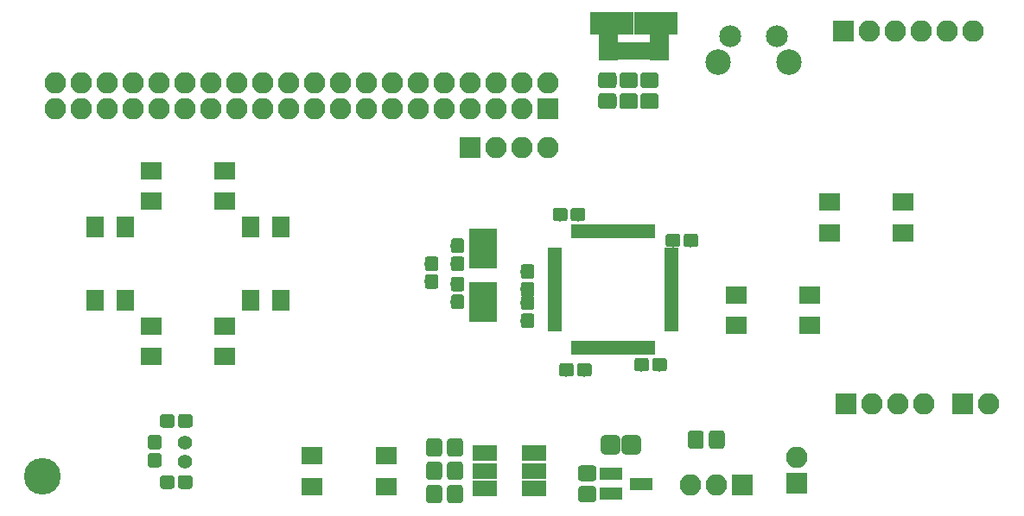
<source format=gbr>
G04 #@! TF.GenerationSoftware,KiCad,Pcbnew,5.0.0*
G04 #@! TF.CreationDate,2018-07-30T23:26:50+02:00*
G04 #@! TF.ProjectId,mokki-dev-board,6D6F6B6B692D6465762D626F6172642E,rev?*
G04 #@! TF.SameCoordinates,Original*
G04 #@! TF.FileFunction,Soldermask,Top*
G04 #@! TF.FilePolarity,Negative*
%FSLAX46Y46*%
G04 Gerber Fmt 4.6, Leading zero omitted, Abs format (unit mm)*
G04 Created by KiCad (PCBNEW 5.0.0) date Mon Jul 30 23:26:50 2018*
%MOMM*%
%LPD*%
G01*
G04 APERTURE LIST*
%ADD10C,1.400000*%
%ADD11R,0.650000X1.400000*%
%ADD12R,1.400000X0.650000*%
%ADD13C,0.100000*%
%ADD14C,1.350000*%
%ADD15C,1.550000*%
%ADD16R,2.400000X1.500000*%
%ADD17R,1.575000X2.300000*%
%ADD18R,2.775000X2.300000*%
%ADD19R,1.875000X2.500000*%
%ADD20R,0.850000X1.780000*%
%ADD21O,2.100000X2.100000*%
%ADD22R,2.100000X2.100000*%
%ADD23R,2.300000X1.200000*%
%ADD24R,2.000000X1.800000*%
%ADD25R,1.800000X2.000000*%
%ADD26C,2.500000*%
%ADD27C,2.150000*%
%ADD28R,2.800000X3.900000*%
%ADD29C,1.924000*%
%ADD30C,3.600000*%
G04 APERTURE END LIST*
D10*
G04 #@! TO.C,Y2*
X116732433Y-122527231D03*
X116732433Y-124427231D03*
G04 #@! TD*
D11*
G04 #@! TO.C,U1*
X154910000Y-101840000D03*
X155410000Y-101840000D03*
X155910000Y-101840000D03*
X156410000Y-101840000D03*
X156910000Y-101840000D03*
X157410000Y-101840000D03*
X157910000Y-101840000D03*
X158410000Y-101840000D03*
X158910000Y-101840000D03*
X159410000Y-101840000D03*
X159910000Y-101840000D03*
X160410000Y-101840000D03*
X160910000Y-101840000D03*
X161410000Y-101840000D03*
X161910000Y-101840000D03*
X162410000Y-101840000D03*
D12*
X164360000Y-103790000D03*
X164360000Y-104290000D03*
X164360000Y-104790000D03*
X164360000Y-105290000D03*
X164360000Y-105790000D03*
X164360000Y-106290000D03*
X164360000Y-106790000D03*
X164360000Y-107290000D03*
X164360000Y-107790000D03*
X164360000Y-108290000D03*
X164360000Y-108790000D03*
X164360000Y-109290000D03*
X164360000Y-109790000D03*
X164360000Y-110290000D03*
X164360000Y-110790000D03*
X164360000Y-111290000D03*
D11*
X162410000Y-113240000D03*
X161910000Y-113240000D03*
X161410000Y-113240000D03*
X160910000Y-113240000D03*
X160410000Y-113240000D03*
X159910000Y-113240000D03*
X159410000Y-113240000D03*
X158910000Y-113240000D03*
X158410000Y-113240000D03*
X157910000Y-113240000D03*
X157410000Y-113240000D03*
X156910000Y-113240000D03*
X156410000Y-113240000D03*
X155910000Y-113240000D03*
X155410000Y-113240000D03*
X154910000Y-113240000D03*
D12*
X152960000Y-111290000D03*
X152960000Y-110790000D03*
X152960000Y-110290000D03*
X152960000Y-109790000D03*
X152960000Y-109290000D03*
X152960000Y-108790000D03*
X152960000Y-108290000D03*
X152960000Y-107790000D03*
X152960000Y-107290000D03*
X152960000Y-106790000D03*
X152960000Y-106290000D03*
X152960000Y-105790000D03*
X152960000Y-105290000D03*
X152960000Y-104790000D03*
X152960000Y-104290000D03*
X152960000Y-103790000D03*
G04 #@! TD*
D13*
G04 #@! TO.C,C1*
G36*
X143790581Y-102526625D02*
X143823343Y-102531485D01*
X143855471Y-102539533D01*
X143886656Y-102550691D01*
X143916596Y-102564852D01*
X143945005Y-102581879D01*
X143971608Y-102601609D01*
X143996149Y-102623851D01*
X144018391Y-102648392D01*
X144038121Y-102674995D01*
X144055148Y-102703404D01*
X144069309Y-102733344D01*
X144080467Y-102764529D01*
X144088515Y-102796657D01*
X144093375Y-102829419D01*
X144095000Y-102862500D01*
X144095000Y-103637500D01*
X144093375Y-103670581D01*
X144088515Y-103703343D01*
X144080467Y-103735471D01*
X144069309Y-103766656D01*
X144055148Y-103796596D01*
X144038121Y-103825005D01*
X144018391Y-103851608D01*
X143996149Y-103876149D01*
X143971608Y-103898391D01*
X143945005Y-103918121D01*
X143916596Y-103935148D01*
X143886656Y-103949309D01*
X143855471Y-103960467D01*
X143823343Y-103968515D01*
X143790581Y-103973375D01*
X143757500Y-103975000D01*
X143082500Y-103975000D01*
X143049419Y-103973375D01*
X143016657Y-103968515D01*
X142984529Y-103960467D01*
X142953344Y-103949309D01*
X142923404Y-103935148D01*
X142894995Y-103918121D01*
X142868392Y-103898391D01*
X142843851Y-103876149D01*
X142821609Y-103851608D01*
X142801879Y-103825005D01*
X142784852Y-103796596D01*
X142770691Y-103766656D01*
X142759533Y-103735471D01*
X142751485Y-103703343D01*
X142746625Y-103670581D01*
X142745000Y-103637500D01*
X142745000Y-102862500D01*
X142746625Y-102829419D01*
X142751485Y-102796657D01*
X142759533Y-102764529D01*
X142770691Y-102733344D01*
X142784852Y-102703404D01*
X142801879Y-102674995D01*
X142821609Y-102648392D01*
X142843851Y-102623851D01*
X142868392Y-102601609D01*
X142894995Y-102581879D01*
X142923404Y-102564852D01*
X142953344Y-102550691D01*
X142984529Y-102539533D01*
X143016657Y-102531485D01*
X143049419Y-102526625D01*
X143082500Y-102525000D01*
X143757500Y-102525000D01*
X143790581Y-102526625D01*
X143790581Y-102526625D01*
G37*
D14*
X143420000Y-103250000D03*
D13*
G36*
X143790581Y-104276625D02*
X143823343Y-104281485D01*
X143855471Y-104289533D01*
X143886656Y-104300691D01*
X143916596Y-104314852D01*
X143945005Y-104331879D01*
X143971608Y-104351609D01*
X143996149Y-104373851D01*
X144018391Y-104398392D01*
X144038121Y-104424995D01*
X144055148Y-104453404D01*
X144069309Y-104483344D01*
X144080467Y-104514529D01*
X144088515Y-104546657D01*
X144093375Y-104579419D01*
X144095000Y-104612500D01*
X144095000Y-105387500D01*
X144093375Y-105420581D01*
X144088515Y-105453343D01*
X144080467Y-105485471D01*
X144069309Y-105516656D01*
X144055148Y-105546596D01*
X144038121Y-105575005D01*
X144018391Y-105601608D01*
X143996149Y-105626149D01*
X143971608Y-105648391D01*
X143945005Y-105668121D01*
X143916596Y-105685148D01*
X143886656Y-105699309D01*
X143855471Y-105710467D01*
X143823343Y-105718515D01*
X143790581Y-105723375D01*
X143757500Y-105725000D01*
X143082500Y-105725000D01*
X143049419Y-105723375D01*
X143016657Y-105718515D01*
X142984529Y-105710467D01*
X142953344Y-105699309D01*
X142923404Y-105685148D01*
X142894995Y-105668121D01*
X142868392Y-105648391D01*
X142843851Y-105626149D01*
X142821609Y-105601608D01*
X142801879Y-105575005D01*
X142784852Y-105546596D01*
X142770691Y-105516656D01*
X142759533Y-105485471D01*
X142751485Y-105453343D01*
X142746625Y-105420581D01*
X142745000Y-105387500D01*
X142745000Y-104612500D01*
X142746625Y-104579419D01*
X142751485Y-104546657D01*
X142759533Y-104514529D01*
X142770691Y-104483344D01*
X142784852Y-104453404D01*
X142801879Y-104424995D01*
X142821609Y-104398392D01*
X142843851Y-104373851D01*
X142868392Y-104351609D01*
X142894995Y-104331879D01*
X142923404Y-104314852D01*
X142953344Y-104300691D01*
X142984529Y-104289533D01*
X143016657Y-104281485D01*
X143049419Y-104276625D01*
X143082500Y-104275000D01*
X143757500Y-104275000D01*
X143790581Y-104276625D01*
X143790581Y-104276625D01*
G37*
D14*
X143420000Y-105000000D03*
G04 #@! TD*
D13*
G04 #@! TO.C,C2*
G36*
X115403014Y-125753856D02*
X115435776Y-125758716D01*
X115467904Y-125766764D01*
X115499089Y-125777922D01*
X115529029Y-125792083D01*
X115557438Y-125809110D01*
X115584041Y-125828840D01*
X115608582Y-125851082D01*
X115630824Y-125875623D01*
X115650554Y-125902226D01*
X115667581Y-125930635D01*
X115681742Y-125960575D01*
X115692900Y-125991760D01*
X115700948Y-126023888D01*
X115705808Y-126056650D01*
X115707433Y-126089731D01*
X115707433Y-126764731D01*
X115705808Y-126797812D01*
X115700948Y-126830574D01*
X115692900Y-126862702D01*
X115681742Y-126893887D01*
X115667581Y-126923827D01*
X115650554Y-126952236D01*
X115630824Y-126978839D01*
X115608582Y-127003380D01*
X115584041Y-127025622D01*
X115557438Y-127045352D01*
X115529029Y-127062379D01*
X115499089Y-127076540D01*
X115467904Y-127087698D01*
X115435776Y-127095746D01*
X115403014Y-127100606D01*
X115369933Y-127102231D01*
X114594933Y-127102231D01*
X114561852Y-127100606D01*
X114529090Y-127095746D01*
X114496962Y-127087698D01*
X114465777Y-127076540D01*
X114435837Y-127062379D01*
X114407428Y-127045352D01*
X114380825Y-127025622D01*
X114356284Y-127003380D01*
X114334042Y-126978839D01*
X114314312Y-126952236D01*
X114297285Y-126923827D01*
X114283124Y-126893887D01*
X114271966Y-126862702D01*
X114263918Y-126830574D01*
X114259058Y-126797812D01*
X114257433Y-126764731D01*
X114257433Y-126089731D01*
X114259058Y-126056650D01*
X114263918Y-126023888D01*
X114271966Y-125991760D01*
X114283124Y-125960575D01*
X114297285Y-125930635D01*
X114314312Y-125902226D01*
X114334042Y-125875623D01*
X114356284Y-125851082D01*
X114380825Y-125828840D01*
X114407428Y-125809110D01*
X114435837Y-125792083D01*
X114465777Y-125777922D01*
X114496962Y-125766764D01*
X114529090Y-125758716D01*
X114561852Y-125753856D01*
X114594933Y-125752231D01*
X115369933Y-125752231D01*
X115403014Y-125753856D01*
X115403014Y-125753856D01*
G37*
D14*
X114982433Y-126427231D03*
D13*
G36*
X117153014Y-125753856D02*
X117185776Y-125758716D01*
X117217904Y-125766764D01*
X117249089Y-125777922D01*
X117279029Y-125792083D01*
X117307438Y-125809110D01*
X117334041Y-125828840D01*
X117358582Y-125851082D01*
X117380824Y-125875623D01*
X117400554Y-125902226D01*
X117417581Y-125930635D01*
X117431742Y-125960575D01*
X117442900Y-125991760D01*
X117450948Y-126023888D01*
X117455808Y-126056650D01*
X117457433Y-126089731D01*
X117457433Y-126764731D01*
X117455808Y-126797812D01*
X117450948Y-126830574D01*
X117442900Y-126862702D01*
X117431742Y-126893887D01*
X117417581Y-126923827D01*
X117400554Y-126952236D01*
X117380824Y-126978839D01*
X117358582Y-127003380D01*
X117334041Y-127025622D01*
X117307438Y-127045352D01*
X117279029Y-127062379D01*
X117249089Y-127076540D01*
X117217904Y-127087698D01*
X117185776Y-127095746D01*
X117153014Y-127100606D01*
X117119933Y-127102231D01*
X116344933Y-127102231D01*
X116311852Y-127100606D01*
X116279090Y-127095746D01*
X116246962Y-127087698D01*
X116215777Y-127076540D01*
X116185837Y-127062379D01*
X116157428Y-127045352D01*
X116130825Y-127025622D01*
X116106284Y-127003380D01*
X116084042Y-126978839D01*
X116064312Y-126952236D01*
X116047285Y-126923827D01*
X116033124Y-126893887D01*
X116021966Y-126862702D01*
X116013918Y-126830574D01*
X116009058Y-126797812D01*
X116007433Y-126764731D01*
X116007433Y-126089731D01*
X116009058Y-126056650D01*
X116013918Y-126023888D01*
X116021966Y-125991760D01*
X116033124Y-125960575D01*
X116047285Y-125930635D01*
X116064312Y-125902226D01*
X116084042Y-125875623D01*
X116106284Y-125851082D01*
X116130825Y-125828840D01*
X116157428Y-125809110D01*
X116185837Y-125792083D01*
X116215777Y-125777922D01*
X116246962Y-125766764D01*
X116279090Y-125758716D01*
X116311852Y-125753856D01*
X116344933Y-125752231D01*
X117119933Y-125752231D01*
X117153014Y-125753856D01*
X117153014Y-125753856D01*
G37*
D14*
X116732433Y-126427231D03*
G04 #@! TD*
D13*
G04 #@! TO.C,C3*
G36*
X143790581Y-106275625D02*
X143823343Y-106280485D01*
X143855471Y-106288533D01*
X143886656Y-106299691D01*
X143916596Y-106313852D01*
X143945005Y-106330879D01*
X143971608Y-106350609D01*
X143996149Y-106372851D01*
X144018391Y-106397392D01*
X144038121Y-106423995D01*
X144055148Y-106452404D01*
X144069309Y-106482344D01*
X144080467Y-106513529D01*
X144088515Y-106545657D01*
X144093375Y-106578419D01*
X144095000Y-106611500D01*
X144095000Y-107386500D01*
X144093375Y-107419581D01*
X144088515Y-107452343D01*
X144080467Y-107484471D01*
X144069309Y-107515656D01*
X144055148Y-107545596D01*
X144038121Y-107574005D01*
X144018391Y-107600608D01*
X143996149Y-107625149D01*
X143971608Y-107647391D01*
X143945005Y-107667121D01*
X143916596Y-107684148D01*
X143886656Y-107698309D01*
X143855471Y-107709467D01*
X143823343Y-107717515D01*
X143790581Y-107722375D01*
X143757500Y-107724000D01*
X143082500Y-107724000D01*
X143049419Y-107722375D01*
X143016657Y-107717515D01*
X142984529Y-107709467D01*
X142953344Y-107698309D01*
X142923404Y-107684148D01*
X142894995Y-107667121D01*
X142868392Y-107647391D01*
X142843851Y-107625149D01*
X142821609Y-107600608D01*
X142801879Y-107574005D01*
X142784852Y-107545596D01*
X142770691Y-107515656D01*
X142759533Y-107484471D01*
X142751485Y-107452343D01*
X142746625Y-107419581D01*
X142745000Y-107386500D01*
X142745000Y-106611500D01*
X142746625Y-106578419D01*
X142751485Y-106545657D01*
X142759533Y-106513529D01*
X142770691Y-106482344D01*
X142784852Y-106452404D01*
X142801879Y-106423995D01*
X142821609Y-106397392D01*
X142843851Y-106372851D01*
X142868392Y-106350609D01*
X142894995Y-106330879D01*
X142923404Y-106313852D01*
X142953344Y-106299691D01*
X142984529Y-106288533D01*
X143016657Y-106280485D01*
X143049419Y-106275625D01*
X143082500Y-106274000D01*
X143757500Y-106274000D01*
X143790581Y-106275625D01*
X143790581Y-106275625D01*
G37*
D14*
X143420000Y-106999000D03*
D13*
G36*
X143790581Y-108025625D02*
X143823343Y-108030485D01*
X143855471Y-108038533D01*
X143886656Y-108049691D01*
X143916596Y-108063852D01*
X143945005Y-108080879D01*
X143971608Y-108100609D01*
X143996149Y-108122851D01*
X144018391Y-108147392D01*
X144038121Y-108173995D01*
X144055148Y-108202404D01*
X144069309Y-108232344D01*
X144080467Y-108263529D01*
X144088515Y-108295657D01*
X144093375Y-108328419D01*
X144095000Y-108361500D01*
X144095000Y-109136500D01*
X144093375Y-109169581D01*
X144088515Y-109202343D01*
X144080467Y-109234471D01*
X144069309Y-109265656D01*
X144055148Y-109295596D01*
X144038121Y-109324005D01*
X144018391Y-109350608D01*
X143996149Y-109375149D01*
X143971608Y-109397391D01*
X143945005Y-109417121D01*
X143916596Y-109434148D01*
X143886656Y-109448309D01*
X143855471Y-109459467D01*
X143823343Y-109467515D01*
X143790581Y-109472375D01*
X143757500Y-109474000D01*
X143082500Y-109474000D01*
X143049419Y-109472375D01*
X143016657Y-109467515D01*
X142984529Y-109459467D01*
X142953344Y-109448309D01*
X142923404Y-109434148D01*
X142894995Y-109417121D01*
X142868392Y-109397391D01*
X142843851Y-109375149D01*
X142821609Y-109350608D01*
X142801879Y-109324005D01*
X142784852Y-109295596D01*
X142770691Y-109265656D01*
X142759533Y-109234471D01*
X142751485Y-109202343D01*
X142746625Y-109169581D01*
X142745000Y-109136500D01*
X142745000Y-108361500D01*
X142746625Y-108328419D01*
X142751485Y-108295657D01*
X142759533Y-108263529D01*
X142770691Y-108232344D01*
X142784852Y-108202404D01*
X142801879Y-108173995D01*
X142821609Y-108147392D01*
X142843851Y-108122851D01*
X142868392Y-108100609D01*
X142894995Y-108080879D01*
X142923404Y-108063852D01*
X142953344Y-108049691D01*
X142984529Y-108038533D01*
X143016657Y-108030485D01*
X143049419Y-108025625D01*
X143082500Y-108024000D01*
X143757500Y-108024000D01*
X143790581Y-108025625D01*
X143790581Y-108025625D01*
G37*
D14*
X143420000Y-108749000D03*
G04 #@! TD*
D13*
G04 #@! TO.C,C4*
G36*
X117153014Y-119753856D02*
X117185776Y-119758716D01*
X117217904Y-119766764D01*
X117249089Y-119777922D01*
X117279029Y-119792083D01*
X117307438Y-119809110D01*
X117334041Y-119828840D01*
X117358582Y-119851082D01*
X117380824Y-119875623D01*
X117400554Y-119902226D01*
X117417581Y-119930635D01*
X117431742Y-119960575D01*
X117442900Y-119991760D01*
X117450948Y-120023888D01*
X117455808Y-120056650D01*
X117457433Y-120089731D01*
X117457433Y-120764731D01*
X117455808Y-120797812D01*
X117450948Y-120830574D01*
X117442900Y-120862702D01*
X117431742Y-120893887D01*
X117417581Y-120923827D01*
X117400554Y-120952236D01*
X117380824Y-120978839D01*
X117358582Y-121003380D01*
X117334041Y-121025622D01*
X117307438Y-121045352D01*
X117279029Y-121062379D01*
X117249089Y-121076540D01*
X117217904Y-121087698D01*
X117185776Y-121095746D01*
X117153014Y-121100606D01*
X117119933Y-121102231D01*
X116344933Y-121102231D01*
X116311852Y-121100606D01*
X116279090Y-121095746D01*
X116246962Y-121087698D01*
X116215777Y-121076540D01*
X116185837Y-121062379D01*
X116157428Y-121045352D01*
X116130825Y-121025622D01*
X116106284Y-121003380D01*
X116084042Y-120978839D01*
X116064312Y-120952236D01*
X116047285Y-120923827D01*
X116033124Y-120893887D01*
X116021966Y-120862702D01*
X116013918Y-120830574D01*
X116009058Y-120797812D01*
X116007433Y-120764731D01*
X116007433Y-120089731D01*
X116009058Y-120056650D01*
X116013918Y-120023888D01*
X116021966Y-119991760D01*
X116033124Y-119960575D01*
X116047285Y-119930635D01*
X116064312Y-119902226D01*
X116084042Y-119875623D01*
X116106284Y-119851082D01*
X116130825Y-119828840D01*
X116157428Y-119809110D01*
X116185837Y-119792083D01*
X116215777Y-119777922D01*
X116246962Y-119766764D01*
X116279090Y-119758716D01*
X116311852Y-119753856D01*
X116344933Y-119752231D01*
X117119933Y-119752231D01*
X117153014Y-119753856D01*
X117153014Y-119753856D01*
G37*
D14*
X116732433Y-120427231D03*
D13*
G36*
X115403014Y-119753856D02*
X115435776Y-119758716D01*
X115467904Y-119766764D01*
X115499089Y-119777922D01*
X115529029Y-119792083D01*
X115557438Y-119809110D01*
X115584041Y-119828840D01*
X115608582Y-119851082D01*
X115630824Y-119875623D01*
X115650554Y-119902226D01*
X115667581Y-119930635D01*
X115681742Y-119960575D01*
X115692900Y-119991760D01*
X115700948Y-120023888D01*
X115705808Y-120056650D01*
X115707433Y-120089731D01*
X115707433Y-120764731D01*
X115705808Y-120797812D01*
X115700948Y-120830574D01*
X115692900Y-120862702D01*
X115681742Y-120893887D01*
X115667581Y-120923827D01*
X115650554Y-120952236D01*
X115630824Y-120978839D01*
X115608582Y-121003380D01*
X115584041Y-121025622D01*
X115557438Y-121045352D01*
X115529029Y-121062379D01*
X115499089Y-121076540D01*
X115467904Y-121087698D01*
X115435776Y-121095746D01*
X115403014Y-121100606D01*
X115369933Y-121102231D01*
X114594933Y-121102231D01*
X114561852Y-121100606D01*
X114529090Y-121095746D01*
X114496962Y-121087698D01*
X114465777Y-121076540D01*
X114435837Y-121062379D01*
X114407428Y-121045352D01*
X114380825Y-121025622D01*
X114356284Y-121003380D01*
X114334042Y-120978839D01*
X114314312Y-120952236D01*
X114297285Y-120923827D01*
X114283124Y-120893887D01*
X114271966Y-120862702D01*
X114263918Y-120830574D01*
X114259058Y-120797812D01*
X114257433Y-120764731D01*
X114257433Y-120089731D01*
X114259058Y-120056650D01*
X114263918Y-120023888D01*
X114271966Y-119991760D01*
X114283124Y-119960575D01*
X114297285Y-119930635D01*
X114314312Y-119902226D01*
X114334042Y-119875623D01*
X114356284Y-119851082D01*
X114380825Y-119828840D01*
X114407428Y-119809110D01*
X114435837Y-119792083D01*
X114465777Y-119777922D01*
X114496962Y-119766764D01*
X114529090Y-119758716D01*
X114561852Y-119753856D01*
X114594933Y-119752231D01*
X115369933Y-119752231D01*
X115403014Y-119753856D01*
X115403014Y-119753856D01*
G37*
D14*
X114982433Y-120427231D03*
G04 #@! TD*
D13*
G04 #@! TO.C,C9*
G36*
X167241071Y-121373623D02*
X167273781Y-121378475D01*
X167305857Y-121386509D01*
X167336991Y-121397649D01*
X167366884Y-121411787D01*
X167395247Y-121428787D01*
X167421807Y-121448485D01*
X167446308Y-121470692D01*
X167468515Y-121495193D01*
X167488213Y-121521753D01*
X167505213Y-121550116D01*
X167519351Y-121580009D01*
X167530491Y-121611143D01*
X167538525Y-121643219D01*
X167543377Y-121675929D01*
X167545000Y-121708956D01*
X167545000Y-122835044D01*
X167543377Y-122868071D01*
X167538525Y-122900781D01*
X167530491Y-122932857D01*
X167519351Y-122963991D01*
X167505213Y-122993884D01*
X167488213Y-123022247D01*
X167468515Y-123048807D01*
X167446308Y-123073308D01*
X167421807Y-123095515D01*
X167395247Y-123115213D01*
X167366884Y-123132213D01*
X167336991Y-123146351D01*
X167305857Y-123157491D01*
X167273781Y-123165525D01*
X167241071Y-123170377D01*
X167208044Y-123172000D01*
X166331956Y-123172000D01*
X166298929Y-123170377D01*
X166266219Y-123165525D01*
X166234143Y-123157491D01*
X166203009Y-123146351D01*
X166173116Y-123132213D01*
X166144753Y-123115213D01*
X166118193Y-123095515D01*
X166093692Y-123073308D01*
X166071485Y-123048807D01*
X166051787Y-123022247D01*
X166034787Y-122993884D01*
X166020649Y-122963991D01*
X166009509Y-122932857D01*
X166001475Y-122900781D01*
X165996623Y-122868071D01*
X165995000Y-122835044D01*
X165995000Y-121708956D01*
X165996623Y-121675929D01*
X166001475Y-121643219D01*
X166009509Y-121611143D01*
X166020649Y-121580009D01*
X166034787Y-121550116D01*
X166051787Y-121521753D01*
X166071485Y-121495193D01*
X166093692Y-121470692D01*
X166118193Y-121448485D01*
X166144753Y-121428787D01*
X166173116Y-121411787D01*
X166203009Y-121397649D01*
X166234143Y-121386509D01*
X166266219Y-121378475D01*
X166298929Y-121373623D01*
X166331956Y-121372000D01*
X167208044Y-121372000D01*
X167241071Y-121373623D01*
X167241071Y-121373623D01*
G37*
D15*
X166770000Y-122272000D03*
D13*
G36*
X169291071Y-121373623D02*
X169323781Y-121378475D01*
X169355857Y-121386509D01*
X169386991Y-121397649D01*
X169416884Y-121411787D01*
X169445247Y-121428787D01*
X169471807Y-121448485D01*
X169496308Y-121470692D01*
X169518515Y-121495193D01*
X169538213Y-121521753D01*
X169555213Y-121550116D01*
X169569351Y-121580009D01*
X169580491Y-121611143D01*
X169588525Y-121643219D01*
X169593377Y-121675929D01*
X169595000Y-121708956D01*
X169595000Y-122835044D01*
X169593377Y-122868071D01*
X169588525Y-122900781D01*
X169580491Y-122932857D01*
X169569351Y-122963991D01*
X169555213Y-122993884D01*
X169538213Y-123022247D01*
X169518515Y-123048807D01*
X169496308Y-123073308D01*
X169471807Y-123095515D01*
X169445247Y-123115213D01*
X169416884Y-123132213D01*
X169386991Y-123146351D01*
X169355857Y-123157491D01*
X169323781Y-123165525D01*
X169291071Y-123170377D01*
X169258044Y-123172000D01*
X168381956Y-123172000D01*
X168348929Y-123170377D01*
X168316219Y-123165525D01*
X168284143Y-123157491D01*
X168253009Y-123146351D01*
X168223116Y-123132213D01*
X168194753Y-123115213D01*
X168168193Y-123095515D01*
X168143692Y-123073308D01*
X168121485Y-123048807D01*
X168101787Y-123022247D01*
X168084787Y-122993884D01*
X168070649Y-122963991D01*
X168059509Y-122932857D01*
X168051475Y-122900781D01*
X168046623Y-122868071D01*
X168045000Y-122835044D01*
X168045000Y-121708956D01*
X168046623Y-121675929D01*
X168051475Y-121643219D01*
X168059509Y-121611143D01*
X168070649Y-121580009D01*
X168084787Y-121550116D01*
X168101787Y-121521753D01*
X168121485Y-121495193D01*
X168143692Y-121470692D01*
X168168193Y-121448485D01*
X168194753Y-121428787D01*
X168223116Y-121411787D01*
X168253009Y-121397649D01*
X168284143Y-121386509D01*
X168316219Y-121378475D01*
X168348929Y-121373623D01*
X168381956Y-121372000D01*
X169258044Y-121372000D01*
X169291071Y-121373623D01*
X169291071Y-121373623D01*
G37*
D15*
X168820000Y-122272000D03*
G04 #@! TD*
D16*
G04 #@! TO.C,D1*
X150900000Y-123620000D03*
X150900000Y-125320000D03*
X150900000Y-127020000D03*
X146100000Y-127020000D03*
X146100000Y-125320000D03*
X146100000Y-123620000D03*
G04 #@! TD*
D17*
G04 #@! TO.C,J1*
X159852000Y-81448000D03*
X161532000Y-81448000D03*
D18*
X157782000Y-81448000D03*
X163602000Y-81448000D03*
D19*
X158229500Y-83748000D03*
X163154500Y-83748000D03*
D20*
X159392000Y-84108000D03*
X160042000Y-84108000D03*
X160692000Y-84108000D03*
X161342000Y-84108000D03*
X161992000Y-84108000D03*
G04 #@! TD*
D21*
G04 #@! TO.C,J2*
X189104000Y-118749000D03*
X186564000Y-118749000D03*
X184024000Y-118749000D03*
D22*
X181484000Y-118749000D03*
G04 #@! TD*
D21*
G04 #@! TO.C,J3*
X152310000Y-93570000D03*
X149770000Y-93570000D03*
X147230000Y-93570000D03*
D22*
X144690000Y-93570000D03*
G04 #@! TD*
D21*
G04 #@! TO.C,J5*
X195490000Y-118749000D03*
D22*
X192950000Y-118749000D03*
G04 #@! TD*
D21*
G04 #@! TO.C,J6*
X104050000Y-87220000D03*
X104050000Y-89760000D03*
X106590000Y-87220000D03*
X106590000Y-89760000D03*
X109130000Y-87220000D03*
X109130000Y-89760000D03*
X111670000Y-87220000D03*
X111670000Y-89760000D03*
X114210000Y-87220000D03*
X114210000Y-89760000D03*
X116750000Y-87220000D03*
X116750000Y-89760000D03*
X119290000Y-87220000D03*
X119290000Y-89760000D03*
X121830000Y-87220000D03*
X121830000Y-89760000D03*
X124370000Y-87220000D03*
X124370000Y-89760000D03*
X126910000Y-87220000D03*
X126910000Y-89760000D03*
X129450000Y-87220000D03*
X129450000Y-89760000D03*
X131990000Y-87220000D03*
X131990000Y-89760000D03*
X134530000Y-87220000D03*
X134530000Y-89760000D03*
X137070000Y-87220000D03*
X137070000Y-89760000D03*
X139610000Y-87220000D03*
X139610000Y-89760000D03*
X142150000Y-87220000D03*
X142150000Y-89760000D03*
X144690000Y-87220000D03*
X144690000Y-89760000D03*
X147230000Y-87220000D03*
X147230000Y-89760000D03*
X149770000Y-87220000D03*
X149770000Y-89760000D03*
X152310000Y-87220000D03*
D22*
X152310000Y-89760000D03*
G04 #@! TD*
D23*
G04 #@! TO.C,Q1*
X161430000Y-126590000D03*
X158430000Y-127540000D03*
X158430000Y-125640000D03*
G04 #@! TD*
D13*
G04 #@! TO.C,R3*
G36*
X156716071Y-126841623D02*
X156748781Y-126846475D01*
X156780857Y-126854509D01*
X156811991Y-126865649D01*
X156841884Y-126879787D01*
X156870247Y-126896787D01*
X156896807Y-126916485D01*
X156921308Y-126938692D01*
X156943515Y-126963193D01*
X156963213Y-126989753D01*
X156980213Y-127018116D01*
X156994351Y-127048009D01*
X157005491Y-127079143D01*
X157013525Y-127111219D01*
X157018377Y-127143929D01*
X157020000Y-127176956D01*
X157020000Y-128053044D01*
X157018377Y-128086071D01*
X157013525Y-128118781D01*
X157005491Y-128150857D01*
X156994351Y-128181991D01*
X156980213Y-128211884D01*
X156963213Y-128240247D01*
X156943515Y-128266807D01*
X156921308Y-128291308D01*
X156896807Y-128313515D01*
X156870247Y-128333213D01*
X156841884Y-128350213D01*
X156811991Y-128364351D01*
X156780857Y-128375491D01*
X156748781Y-128383525D01*
X156716071Y-128388377D01*
X156683044Y-128390000D01*
X155556956Y-128390000D01*
X155523929Y-128388377D01*
X155491219Y-128383525D01*
X155459143Y-128375491D01*
X155428009Y-128364351D01*
X155398116Y-128350213D01*
X155369753Y-128333213D01*
X155343193Y-128313515D01*
X155318692Y-128291308D01*
X155296485Y-128266807D01*
X155276787Y-128240247D01*
X155259787Y-128211884D01*
X155245649Y-128181991D01*
X155234509Y-128150857D01*
X155226475Y-128118781D01*
X155221623Y-128086071D01*
X155220000Y-128053044D01*
X155220000Y-127176956D01*
X155221623Y-127143929D01*
X155226475Y-127111219D01*
X155234509Y-127079143D01*
X155245649Y-127048009D01*
X155259787Y-127018116D01*
X155276787Y-126989753D01*
X155296485Y-126963193D01*
X155318692Y-126938692D01*
X155343193Y-126916485D01*
X155369753Y-126896787D01*
X155398116Y-126879787D01*
X155428009Y-126865649D01*
X155459143Y-126854509D01*
X155491219Y-126846475D01*
X155523929Y-126841623D01*
X155556956Y-126840000D01*
X156683044Y-126840000D01*
X156716071Y-126841623D01*
X156716071Y-126841623D01*
G37*
D15*
X156120000Y-127615000D03*
D13*
G36*
X156716071Y-124791623D02*
X156748781Y-124796475D01*
X156780857Y-124804509D01*
X156811991Y-124815649D01*
X156841884Y-124829787D01*
X156870247Y-124846787D01*
X156896807Y-124866485D01*
X156921308Y-124888692D01*
X156943515Y-124913193D01*
X156963213Y-124939753D01*
X156980213Y-124968116D01*
X156994351Y-124998009D01*
X157005491Y-125029143D01*
X157013525Y-125061219D01*
X157018377Y-125093929D01*
X157020000Y-125126956D01*
X157020000Y-126003044D01*
X157018377Y-126036071D01*
X157013525Y-126068781D01*
X157005491Y-126100857D01*
X156994351Y-126131991D01*
X156980213Y-126161884D01*
X156963213Y-126190247D01*
X156943515Y-126216807D01*
X156921308Y-126241308D01*
X156896807Y-126263515D01*
X156870247Y-126283213D01*
X156841884Y-126300213D01*
X156811991Y-126314351D01*
X156780857Y-126325491D01*
X156748781Y-126333525D01*
X156716071Y-126338377D01*
X156683044Y-126340000D01*
X155556956Y-126340000D01*
X155523929Y-126338377D01*
X155491219Y-126333525D01*
X155459143Y-126325491D01*
X155428009Y-126314351D01*
X155398116Y-126300213D01*
X155369753Y-126283213D01*
X155343193Y-126263515D01*
X155318692Y-126241308D01*
X155296485Y-126216807D01*
X155276787Y-126190247D01*
X155259787Y-126161884D01*
X155245649Y-126131991D01*
X155234509Y-126100857D01*
X155226475Y-126068781D01*
X155221623Y-126036071D01*
X155220000Y-126003044D01*
X155220000Y-125126956D01*
X155221623Y-125093929D01*
X155226475Y-125061219D01*
X155234509Y-125029143D01*
X155245649Y-124998009D01*
X155259787Y-124968116D01*
X155276787Y-124939753D01*
X155296485Y-124913193D01*
X155318692Y-124888692D01*
X155343193Y-124866485D01*
X155369753Y-124846787D01*
X155398116Y-124829787D01*
X155428009Y-124815649D01*
X155459143Y-124804509D01*
X155491219Y-124796475D01*
X155523929Y-124791623D01*
X155556956Y-124790000D01*
X156683044Y-124790000D01*
X156716071Y-124791623D01*
X156716071Y-124791623D01*
G37*
D15*
X156120000Y-125565000D03*
G04 #@! TD*
D13*
G04 #@! TO.C,R4*
G36*
X141596071Y-122135623D02*
X141628781Y-122140475D01*
X141660857Y-122148509D01*
X141691991Y-122159649D01*
X141721884Y-122173787D01*
X141750247Y-122190787D01*
X141776807Y-122210485D01*
X141801308Y-122232692D01*
X141823515Y-122257193D01*
X141843213Y-122283753D01*
X141860213Y-122312116D01*
X141874351Y-122342009D01*
X141885491Y-122373143D01*
X141893525Y-122405219D01*
X141898377Y-122437929D01*
X141900000Y-122470956D01*
X141900000Y-123597044D01*
X141898377Y-123630071D01*
X141893525Y-123662781D01*
X141885491Y-123694857D01*
X141874351Y-123725991D01*
X141860213Y-123755884D01*
X141843213Y-123784247D01*
X141823515Y-123810807D01*
X141801308Y-123835308D01*
X141776807Y-123857515D01*
X141750247Y-123877213D01*
X141721884Y-123894213D01*
X141691991Y-123908351D01*
X141660857Y-123919491D01*
X141628781Y-123927525D01*
X141596071Y-123932377D01*
X141563044Y-123934000D01*
X140686956Y-123934000D01*
X140653929Y-123932377D01*
X140621219Y-123927525D01*
X140589143Y-123919491D01*
X140558009Y-123908351D01*
X140528116Y-123894213D01*
X140499753Y-123877213D01*
X140473193Y-123857515D01*
X140448692Y-123835308D01*
X140426485Y-123810807D01*
X140406787Y-123784247D01*
X140389787Y-123755884D01*
X140375649Y-123725991D01*
X140364509Y-123694857D01*
X140356475Y-123662781D01*
X140351623Y-123630071D01*
X140350000Y-123597044D01*
X140350000Y-122470956D01*
X140351623Y-122437929D01*
X140356475Y-122405219D01*
X140364509Y-122373143D01*
X140375649Y-122342009D01*
X140389787Y-122312116D01*
X140406787Y-122283753D01*
X140426485Y-122257193D01*
X140448692Y-122232692D01*
X140473193Y-122210485D01*
X140499753Y-122190787D01*
X140528116Y-122173787D01*
X140558009Y-122159649D01*
X140589143Y-122148509D01*
X140621219Y-122140475D01*
X140653929Y-122135623D01*
X140686956Y-122134000D01*
X141563044Y-122134000D01*
X141596071Y-122135623D01*
X141596071Y-122135623D01*
G37*
D15*
X141125000Y-123034000D03*
D13*
G36*
X143646071Y-122135623D02*
X143678781Y-122140475D01*
X143710857Y-122148509D01*
X143741991Y-122159649D01*
X143771884Y-122173787D01*
X143800247Y-122190787D01*
X143826807Y-122210485D01*
X143851308Y-122232692D01*
X143873515Y-122257193D01*
X143893213Y-122283753D01*
X143910213Y-122312116D01*
X143924351Y-122342009D01*
X143935491Y-122373143D01*
X143943525Y-122405219D01*
X143948377Y-122437929D01*
X143950000Y-122470956D01*
X143950000Y-123597044D01*
X143948377Y-123630071D01*
X143943525Y-123662781D01*
X143935491Y-123694857D01*
X143924351Y-123725991D01*
X143910213Y-123755884D01*
X143893213Y-123784247D01*
X143873515Y-123810807D01*
X143851308Y-123835308D01*
X143826807Y-123857515D01*
X143800247Y-123877213D01*
X143771884Y-123894213D01*
X143741991Y-123908351D01*
X143710857Y-123919491D01*
X143678781Y-123927525D01*
X143646071Y-123932377D01*
X143613044Y-123934000D01*
X142736956Y-123934000D01*
X142703929Y-123932377D01*
X142671219Y-123927525D01*
X142639143Y-123919491D01*
X142608009Y-123908351D01*
X142578116Y-123894213D01*
X142549753Y-123877213D01*
X142523193Y-123857515D01*
X142498692Y-123835308D01*
X142476485Y-123810807D01*
X142456787Y-123784247D01*
X142439787Y-123755884D01*
X142425649Y-123725991D01*
X142414509Y-123694857D01*
X142406475Y-123662781D01*
X142401623Y-123630071D01*
X142400000Y-123597044D01*
X142400000Y-122470956D01*
X142401623Y-122437929D01*
X142406475Y-122405219D01*
X142414509Y-122373143D01*
X142425649Y-122342009D01*
X142439787Y-122312116D01*
X142456787Y-122283753D01*
X142476485Y-122257193D01*
X142498692Y-122232692D01*
X142523193Y-122210485D01*
X142549753Y-122190787D01*
X142578116Y-122173787D01*
X142608009Y-122159649D01*
X142639143Y-122148509D01*
X142671219Y-122140475D01*
X142703929Y-122135623D01*
X142736956Y-122134000D01*
X143613044Y-122134000D01*
X143646071Y-122135623D01*
X143646071Y-122135623D01*
G37*
D15*
X143175000Y-123034000D03*
G04 #@! TD*
D13*
G04 #@! TO.C,R5*
G36*
X143646071Y-124421623D02*
X143678781Y-124426475D01*
X143710857Y-124434509D01*
X143741991Y-124445649D01*
X143771884Y-124459787D01*
X143800247Y-124476787D01*
X143826807Y-124496485D01*
X143851308Y-124518692D01*
X143873515Y-124543193D01*
X143893213Y-124569753D01*
X143910213Y-124598116D01*
X143924351Y-124628009D01*
X143935491Y-124659143D01*
X143943525Y-124691219D01*
X143948377Y-124723929D01*
X143950000Y-124756956D01*
X143950000Y-125883044D01*
X143948377Y-125916071D01*
X143943525Y-125948781D01*
X143935491Y-125980857D01*
X143924351Y-126011991D01*
X143910213Y-126041884D01*
X143893213Y-126070247D01*
X143873515Y-126096807D01*
X143851308Y-126121308D01*
X143826807Y-126143515D01*
X143800247Y-126163213D01*
X143771884Y-126180213D01*
X143741991Y-126194351D01*
X143710857Y-126205491D01*
X143678781Y-126213525D01*
X143646071Y-126218377D01*
X143613044Y-126220000D01*
X142736956Y-126220000D01*
X142703929Y-126218377D01*
X142671219Y-126213525D01*
X142639143Y-126205491D01*
X142608009Y-126194351D01*
X142578116Y-126180213D01*
X142549753Y-126163213D01*
X142523193Y-126143515D01*
X142498692Y-126121308D01*
X142476485Y-126096807D01*
X142456787Y-126070247D01*
X142439787Y-126041884D01*
X142425649Y-126011991D01*
X142414509Y-125980857D01*
X142406475Y-125948781D01*
X142401623Y-125916071D01*
X142400000Y-125883044D01*
X142400000Y-124756956D01*
X142401623Y-124723929D01*
X142406475Y-124691219D01*
X142414509Y-124659143D01*
X142425649Y-124628009D01*
X142439787Y-124598116D01*
X142456787Y-124569753D01*
X142476485Y-124543193D01*
X142498692Y-124518692D01*
X142523193Y-124496485D01*
X142549753Y-124476787D01*
X142578116Y-124459787D01*
X142608009Y-124445649D01*
X142639143Y-124434509D01*
X142671219Y-124426475D01*
X142703929Y-124421623D01*
X142736956Y-124420000D01*
X143613044Y-124420000D01*
X143646071Y-124421623D01*
X143646071Y-124421623D01*
G37*
D15*
X143175000Y-125320000D03*
D13*
G36*
X141596071Y-124421623D02*
X141628781Y-124426475D01*
X141660857Y-124434509D01*
X141691991Y-124445649D01*
X141721884Y-124459787D01*
X141750247Y-124476787D01*
X141776807Y-124496485D01*
X141801308Y-124518692D01*
X141823515Y-124543193D01*
X141843213Y-124569753D01*
X141860213Y-124598116D01*
X141874351Y-124628009D01*
X141885491Y-124659143D01*
X141893525Y-124691219D01*
X141898377Y-124723929D01*
X141900000Y-124756956D01*
X141900000Y-125883044D01*
X141898377Y-125916071D01*
X141893525Y-125948781D01*
X141885491Y-125980857D01*
X141874351Y-126011991D01*
X141860213Y-126041884D01*
X141843213Y-126070247D01*
X141823515Y-126096807D01*
X141801308Y-126121308D01*
X141776807Y-126143515D01*
X141750247Y-126163213D01*
X141721884Y-126180213D01*
X141691991Y-126194351D01*
X141660857Y-126205491D01*
X141628781Y-126213525D01*
X141596071Y-126218377D01*
X141563044Y-126220000D01*
X140686956Y-126220000D01*
X140653929Y-126218377D01*
X140621219Y-126213525D01*
X140589143Y-126205491D01*
X140558009Y-126194351D01*
X140528116Y-126180213D01*
X140499753Y-126163213D01*
X140473193Y-126143515D01*
X140448692Y-126121308D01*
X140426485Y-126096807D01*
X140406787Y-126070247D01*
X140389787Y-126041884D01*
X140375649Y-126011991D01*
X140364509Y-125980857D01*
X140356475Y-125948781D01*
X140351623Y-125916071D01*
X140350000Y-125883044D01*
X140350000Y-124756956D01*
X140351623Y-124723929D01*
X140356475Y-124691219D01*
X140364509Y-124659143D01*
X140375649Y-124628009D01*
X140389787Y-124598116D01*
X140406787Y-124569753D01*
X140426485Y-124543193D01*
X140448692Y-124518692D01*
X140473193Y-124496485D01*
X140499753Y-124476787D01*
X140528116Y-124459787D01*
X140558009Y-124445649D01*
X140589143Y-124434509D01*
X140621219Y-124426475D01*
X140653929Y-124421623D01*
X140686956Y-124420000D01*
X141563044Y-124420000D01*
X141596071Y-124421623D01*
X141596071Y-124421623D01*
G37*
D15*
X141125000Y-125320000D03*
G04 #@! TD*
D13*
G04 #@! TO.C,R6*
G36*
X141596071Y-126707623D02*
X141628781Y-126712475D01*
X141660857Y-126720509D01*
X141691991Y-126731649D01*
X141721884Y-126745787D01*
X141750247Y-126762787D01*
X141776807Y-126782485D01*
X141801308Y-126804692D01*
X141823515Y-126829193D01*
X141843213Y-126855753D01*
X141860213Y-126884116D01*
X141874351Y-126914009D01*
X141885491Y-126945143D01*
X141893525Y-126977219D01*
X141898377Y-127009929D01*
X141900000Y-127042956D01*
X141900000Y-128169044D01*
X141898377Y-128202071D01*
X141893525Y-128234781D01*
X141885491Y-128266857D01*
X141874351Y-128297991D01*
X141860213Y-128327884D01*
X141843213Y-128356247D01*
X141823515Y-128382807D01*
X141801308Y-128407308D01*
X141776807Y-128429515D01*
X141750247Y-128449213D01*
X141721884Y-128466213D01*
X141691991Y-128480351D01*
X141660857Y-128491491D01*
X141628781Y-128499525D01*
X141596071Y-128504377D01*
X141563044Y-128506000D01*
X140686956Y-128506000D01*
X140653929Y-128504377D01*
X140621219Y-128499525D01*
X140589143Y-128491491D01*
X140558009Y-128480351D01*
X140528116Y-128466213D01*
X140499753Y-128449213D01*
X140473193Y-128429515D01*
X140448692Y-128407308D01*
X140426485Y-128382807D01*
X140406787Y-128356247D01*
X140389787Y-128327884D01*
X140375649Y-128297991D01*
X140364509Y-128266857D01*
X140356475Y-128234781D01*
X140351623Y-128202071D01*
X140350000Y-128169044D01*
X140350000Y-127042956D01*
X140351623Y-127009929D01*
X140356475Y-126977219D01*
X140364509Y-126945143D01*
X140375649Y-126914009D01*
X140389787Y-126884116D01*
X140406787Y-126855753D01*
X140426485Y-126829193D01*
X140448692Y-126804692D01*
X140473193Y-126782485D01*
X140499753Y-126762787D01*
X140528116Y-126745787D01*
X140558009Y-126731649D01*
X140589143Y-126720509D01*
X140621219Y-126712475D01*
X140653929Y-126707623D01*
X140686956Y-126706000D01*
X141563044Y-126706000D01*
X141596071Y-126707623D01*
X141596071Y-126707623D01*
G37*
D15*
X141125000Y-127606000D03*
D13*
G36*
X143646071Y-126707623D02*
X143678781Y-126712475D01*
X143710857Y-126720509D01*
X143741991Y-126731649D01*
X143771884Y-126745787D01*
X143800247Y-126762787D01*
X143826807Y-126782485D01*
X143851308Y-126804692D01*
X143873515Y-126829193D01*
X143893213Y-126855753D01*
X143910213Y-126884116D01*
X143924351Y-126914009D01*
X143935491Y-126945143D01*
X143943525Y-126977219D01*
X143948377Y-127009929D01*
X143950000Y-127042956D01*
X143950000Y-128169044D01*
X143948377Y-128202071D01*
X143943525Y-128234781D01*
X143935491Y-128266857D01*
X143924351Y-128297991D01*
X143910213Y-128327884D01*
X143893213Y-128356247D01*
X143873515Y-128382807D01*
X143851308Y-128407308D01*
X143826807Y-128429515D01*
X143800247Y-128449213D01*
X143771884Y-128466213D01*
X143741991Y-128480351D01*
X143710857Y-128491491D01*
X143678781Y-128499525D01*
X143646071Y-128504377D01*
X143613044Y-128506000D01*
X142736956Y-128506000D01*
X142703929Y-128504377D01*
X142671219Y-128499525D01*
X142639143Y-128491491D01*
X142608009Y-128480351D01*
X142578116Y-128466213D01*
X142549753Y-128449213D01*
X142523193Y-128429515D01*
X142498692Y-128407308D01*
X142476485Y-128382807D01*
X142456787Y-128356247D01*
X142439787Y-128327884D01*
X142425649Y-128297991D01*
X142414509Y-128266857D01*
X142406475Y-128234781D01*
X142401623Y-128202071D01*
X142400000Y-128169044D01*
X142400000Y-127042956D01*
X142401623Y-127009929D01*
X142406475Y-126977219D01*
X142414509Y-126945143D01*
X142425649Y-126914009D01*
X142439787Y-126884116D01*
X142456787Y-126855753D01*
X142476485Y-126829193D01*
X142498692Y-126804692D01*
X142523193Y-126782485D01*
X142549753Y-126762787D01*
X142578116Y-126745787D01*
X142608009Y-126731649D01*
X142639143Y-126720509D01*
X142671219Y-126712475D01*
X142703929Y-126707623D01*
X142736956Y-126706000D01*
X143613044Y-126706000D01*
X143646071Y-126707623D01*
X143646071Y-126707623D01*
G37*
D15*
X143175000Y-127606000D03*
G04 #@! TD*
D13*
G04 #@! TO.C,R7*
G36*
X158697271Y-88275423D02*
X158729981Y-88280275D01*
X158762057Y-88288309D01*
X158793191Y-88299449D01*
X158823084Y-88313587D01*
X158851447Y-88330587D01*
X158878007Y-88350285D01*
X158902508Y-88372492D01*
X158924715Y-88396993D01*
X158944413Y-88423553D01*
X158961413Y-88451916D01*
X158975551Y-88481809D01*
X158986691Y-88512943D01*
X158994725Y-88545019D01*
X158999577Y-88577729D01*
X159001200Y-88610756D01*
X159001200Y-89486844D01*
X158999577Y-89519871D01*
X158994725Y-89552581D01*
X158986691Y-89584657D01*
X158975551Y-89615791D01*
X158961413Y-89645684D01*
X158944413Y-89674047D01*
X158924715Y-89700607D01*
X158902508Y-89725108D01*
X158878007Y-89747315D01*
X158851447Y-89767013D01*
X158823084Y-89784013D01*
X158793191Y-89798151D01*
X158762057Y-89809291D01*
X158729981Y-89817325D01*
X158697271Y-89822177D01*
X158664244Y-89823800D01*
X157538156Y-89823800D01*
X157505129Y-89822177D01*
X157472419Y-89817325D01*
X157440343Y-89809291D01*
X157409209Y-89798151D01*
X157379316Y-89784013D01*
X157350953Y-89767013D01*
X157324393Y-89747315D01*
X157299892Y-89725108D01*
X157277685Y-89700607D01*
X157257987Y-89674047D01*
X157240987Y-89645684D01*
X157226849Y-89615791D01*
X157215709Y-89584657D01*
X157207675Y-89552581D01*
X157202823Y-89519871D01*
X157201200Y-89486844D01*
X157201200Y-88610756D01*
X157202823Y-88577729D01*
X157207675Y-88545019D01*
X157215709Y-88512943D01*
X157226849Y-88481809D01*
X157240987Y-88451916D01*
X157257987Y-88423553D01*
X157277685Y-88396993D01*
X157299892Y-88372492D01*
X157324393Y-88350285D01*
X157350953Y-88330587D01*
X157379316Y-88313587D01*
X157409209Y-88299449D01*
X157440343Y-88288309D01*
X157472419Y-88280275D01*
X157505129Y-88275423D01*
X157538156Y-88273800D01*
X158664244Y-88273800D01*
X158697271Y-88275423D01*
X158697271Y-88275423D01*
G37*
D15*
X158101200Y-89048800D03*
D13*
G36*
X158697271Y-86225423D02*
X158729981Y-86230275D01*
X158762057Y-86238309D01*
X158793191Y-86249449D01*
X158823084Y-86263587D01*
X158851447Y-86280587D01*
X158878007Y-86300285D01*
X158902508Y-86322492D01*
X158924715Y-86346993D01*
X158944413Y-86373553D01*
X158961413Y-86401916D01*
X158975551Y-86431809D01*
X158986691Y-86462943D01*
X158994725Y-86495019D01*
X158999577Y-86527729D01*
X159001200Y-86560756D01*
X159001200Y-87436844D01*
X158999577Y-87469871D01*
X158994725Y-87502581D01*
X158986691Y-87534657D01*
X158975551Y-87565791D01*
X158961413Y-87595684D01*
X158944413Y-87624047D01*
X158924715Y-87650607D01*
X158902508Y-87675108D01*
X158878007Y-87697315D01*
X158851447Y-87717013D01*
X158823084Y-87734013D01*
X158793191Y-87748151D01*
X158762057Y-87759291D01*
X158729981Y-87767325D01*
X158697271Y-87772177D01*
X158664244Y-87773800D01*
X157538156Y-87773800D01*
X157505129Y-87772177D01*
X157472419Y-87767325D01*
X157440343Y-87759291D01*
X157409209Y-87748151D01*
X157379316Y-87734013D01*
X157350953Y-87717013D01*
X157324393Y-87697315D01*
X157299892Y-87675108D01*
X157277685Y-87650607D01*
X157257987Y-87624047D01*
X157240987Y-87595684D01*
X157226849Y-87565791D01*
X157215709Y-87534657D01*
X157207675Y-87502581D01*
X157202823Y-87469871D01*
X157201200Y-87436844D01*
X157201200Y-86560756D01*
X157202823Y-86527729D01*
X157207675Y-86495019D01*
X157215709Y-86462943D01*
X157226849Y-86431809D01*
X157240987Y-86401916D01*
X157257987Y-86373553D01*
X157277685Y-86346993D01*
X157299892Y-86322492D01*
X157324393Y-86300285D01*
X157350953Y-86280587D01*
X157379316Y-86263587D01*
X157409209Y-86249449D01*
X157440343Y-86238309D01*
X157472419Y-86230275D01*
X157505129Y-86225423D01*
X157538156Y-86223800D01*
X158664244Y-86223800D01*
X158697271Y-86225423D01*
X158697271Y-86225423D01*
G37*
D15*
X158101200Y-86998800D03*
G04 #@! TD*
D13*
G04 #@! TO.C,R8*
G36*
X162812071Y-86229623D02*
X162844781Y-86234475D01*
X162876857Y-86242509D01*
X162907991Y-86253649D01*
X162937884Y-86267787D01*
X162966247Y-86284787D01*
X162992807Y-86304485D01*
X163017308Y-86326692D01*
X163039515Y-86351193D01*
X163059213Y-86377753D01*
X163076213Y-86406116D01*
X163090351Y-86436009D01*
X163101491Y-86467143D01*
X163109525Y-86499219D01*
X163114377Y-86531929D01*
X163116000Y-86564956D01*
X163116000Y-87441044D01*
X163114377Y-87474071D01*
X163109525Y-87506781D01*
X163101491Y-87538857D01*
X163090351Y-87569991D01*
X163076213Y-87599884D01*
X163059213Y-87628247D01*
X163039515Y-87654807D01*
X163017308Y-87679308D01*
X162992807Y-87701515D01*
X162966247Y-87721213D01*
X162937884Y-87738213D01*
X162907991Y-87752351D01*
X162876857Y-87763491D01*
X162844781Y-87771525D01*
X162812071Y-87776377D01*
X162779044Y-87778000D01*
X161652956Y-87778000D01*
X161619929Y-87776377D01*
X161587219Y-87771525D01*
X161555143Y-87763491D01*
X161524009Y-87752351D01*
X161494116Y-87738213D01*
X161465753Y-87721213D01*
X161439193Y-87701515D01*
X161414692Y-87679308D01*
X161392485Y-87654807D01*
X161372787Y-87628247D01*
X161355787Y-87599884D01*
X161341649Y-87569991D01*
X161330509Y-87538857D01*
X161322475Y-87506781D01*
X161317623Y-87474071D01*
X161316000Y-87441044D01*
X161316000Y-86564956D01*
X161317623Y-86531929D01*
X161322475Y-86499219D01*
X161330509Y-86467143D01*
X161341649Y-86436009D01*
X161355787Y-86406116D01*
X161372787Y-86377753D01*
X161392485Y-86351193D01*
X161414692Y-86326692D01*
X161439193Y-86304485D01*
X161465753Y-86284787D01*
X161494116Y-86267787D01*
X161524009Y-86253649D01*
X161555143Y-86242509D01*
X161587219Y-86234475D01*
X161619929Y-86229623D01*
X161652956Y-86228000D01*
X162779044Y-86228000D01*
X162812071Y-86229623D01*
X162812071Y-86229623D01*
G37*
D15*
X162216000Y-87003000D03*
D13*
G36*
X162812071Y-88279623D02*
X162844781Y-88284475D01*
X162876857Y-88292509D01*
X162907991Y-88303649D01*
X162937884Y-88317787D01*
X162966247Y-88334787D01*
X162992807Y-88354485D01*
X163017308Y-88376692D01*
X163039515Y-88401193D01*
X163059213Y-88427753D01*
X163076213Y-88456116D01*
X163090351Y-88486009D01*
X163101491Y-88517143D01*
X163109525Y-88549219D01*
X163114377Y-88581929D01*
X163116000Y-88614956D01*
X163116000Y-89491044D01*
X163114377Y-89524071D01*
X163109525Y-89556781D01*
X163101491Y-89588857D01*
X163090351Y-89619991D01*
X163076213Y-89649884D01*
X163059213Y-89678247D01*
X163039515Y-89704807D01*
X163017308Y-89729308D01*
X162992807Y-89751515D01*
X162966247Y-89771213D01*
X162937884Y-89788213D01*
X162907991Y-89802351D01*
X162876857Y-89813491D01*
X162844781Y-89821525D01*
X162812071Y-89826377D01*
X162779044Y-89828000D01*
X161652956Y-89828000D01*
X161619929Y-89826377D01*
X161587219Y-89821525D01*
X161555143Y-89813491D01*
X161524009Y-89802351D01*
X161494116Y-89788213D01*
X161465753Y-89771213D01*
X161439193Y-89751515D01*
X161414692Y-89729308D01*
X161392485Y-89704807D01*
X161372787Y-89678247D01*
X161355787Y-89649884D01*
X161341649Y-89619991D01*
X161330509Y-89588857D01*
X161322475Y-89556781D01*
X161317623Y-89524071D01*
X161316000Y-89491044D01*
X161316000Y-88614956D01*
X161317623Y-88581929D01*
X161322475Y-88549219D01*
X161330509Y-88517143D01*
X161341649Y-88486009D01*
X161355787Y-88456116D01*
X161372787Y-88427753D01*
X161392485Y-88401193D01*
X161414692Y-88376692D01*
X161439193Y-88354485D01*
X161465753Y-88334787D01*
X161494116Y-88317787D01*
X161524009Y-88303649D01*
X161555143Y-88292509D01*
X161587219Y-88284475D01*
X161619929Y-88279623D01*
X161652956Y-88278000D01*
X162779044Y-88278000D01*
X162812071Y-88279623D01*
X162812071Y-88279623D01*
G37*
D15*
X162216000Y-89053000D03*
G04 #@! TD*
D13*
G04 #@! TO.C,R9*
G36*
X160780071Y-88279623D02*
X160812781Y-88284475D01*
X160844857Y-88292509D01*
X160875991Y-88303649D01*
X160905884Y-88317787D01*
X160934247Y-88334787D01*
X160960807Y-88354485D01*
X160985308Y-88376692D01*
X161007515Y-88401193D01*
X161027213Y-88427753D01*
X161044213Y-88456116D01*
X161058351Y-88486009D01*
X161069491Y-88517143D01*
X161077525Y-88549219D01*
X161082377Y-88581929D01*
X161084000Y-88614956D01*
X161084000Y-89491044D01*
X161082377Y-89524071D01*
X161077525Y-89556781D01*
X161069491Y-89588857D01*
X161058351Y-89619991D01*
X161044213Y-89649884D01*
X161027213Y-89678247D01*
X161007515Y-89704807D01*
X160985308Y-89729308D01*
X160960807Y-89751515D01*
X160934247Y-89771213D01*
X160905884Y-89788213D01*
X160875991Y-89802351D01*
X160844857Y-89813491D01*
X160812781Y-89821525D01*
X160780071Y-89826377D01*
X160747044Y-89828000D01*
X159620956Y-89828000D01*
X159587929Y-89826377D01*
X159555219Y-89821525D01*
X159523143Y-89813491D01*
X159492009Y-89802351D01*
X159462116Y-89788213D01*
X159433753Y-89771213D01*
X159407193Y-89751515D01*
X159382692Y-89729308D01*
X159360485Y-89704807D01*
X159340787Y-89678247D01*
X159323787Y-89649884D01*
X159309649Y-89619991D01*
X159298509Y-89588857D01*
X159290475Y-89556781D01*
X159285623Y-89524071D01*
X159284000Y-89491044D01*
X159284000Y-88614956D01*
X159285623Y-88581929D01*
X159290475Y-88549219D01*
X159298509Y-88517143D01*
X159309649Y-88486009D01*
X159323787Y-88456116D01*
X159340787Y-88427753D01*
X159360485Y-88401193D01*
X159382692Y-88376692D01*
X159407193Y-88354485D01*
X159433753Y-88334787D01*
X159462116Y-88317787D01*
X159492009Y-88303649D01*
X159523143Y-88292509D01*
X159555219Y-88284475D01*
X159587929Y-88279623D01*
X159620956Y-88278000D01*
X160747044Y-88278000D01*
X160780071Y-88279623D01*
X160780071Y-88279623D01*
G37*
D15*
X160184000Y-89053000D03*
D13*
G36*
X160780071Y-86229623D02*
X160812781Y-86234475D01*
X160844857Y-86242509D01*
X160875991Y-86253649D01*
X160905884Y-86267787D01*
X160934247Y-86284787D01*
X160960807Y-86304485D01*
X160985308Y-86326692D01*
X161007515Y-86351193D01*
X161027213Y-86377753D01*
X161044213Y-86406116D01*
X161058351Y-86436009D01*
X161069491Y-86467143D01*
X161077525Y-86499219D01*
X161082377Y-86531929D01*
X161084000Y-86564956D01*
X161084000Y-87441044D01*
X161082377Y-87474071D01*
X161077525Y-87506781D01*
X161069491Y-87538857D01*
X161058351Y-87569991D01*
X161044213Y-87599884D01*
X161027213Y-87628247D01*
X161007515Y-87654807D01*
X160985308Y-87679308D01*
X160960807Y-87701515D01*
X160934247Y-87721213D01*
X160905884Y-87738213D01*
X160875991Y-87752351D01*
X160844857Y-87763491D01*
X160812781Y-87771525D01*
X160780071Y-87776377D01*
X160747044Y-87778000D01*
X159620956Y-87778000D01*
X159587929Y-87776377D01*
X159555219Y-87771525D01*
X159523143Y-87763491D01*
X159492009Y-87752351D01*
X159462116Y-87738213D01*
X159433753Y-87721213D01*
X159407193Y-87701515D01*
X159382692Y-87679308D01*
X159360485Y-87654807D01*
X159340787Y-87628247D01*
X159323787Y-87599884D01*
X159309649Y-87569991D01*
X159298509Y-87538857D01*
X159290475Y-87506781D01*
X159285623Y-87474071D01*
X159284000Y-87441044D01*
X159284000Y-86564956D01*
X159285623Y-86531929D01*
X159290475Y-86499219D01*
X159298509Y-86467143D01*
X159309649Y-86436009D01*
X159323787Y-86406116D01*
X159340787Y-86377753D01*
X159360485Y-86351193D01*
X159382692Y-86326692D01*
X159407193Y-86304485D01*
X159433753Y-86284787D01*
X159462116Y-86267787D01*
X159492009Y-86253649D01*
X159523143Y-86242509D01*
X159555219Y-86234475D01*
X159587929Y-86229623D01*
X159620956Y-86228000D01*
X160747044Y-86228000D01*
X160780071Y-86229623D01*
X160780071Y-86229623D01*
G37*
D15*
X160184000Y-87003000D03*
G04 #@! TD*
D21*
G04 #@! TO.C,SW1*
X166280000Y-126749000D03*
X168820000Y-126749000D03*
D22*
X171360000Y-126749000D03*
G04 #@! TD*
D24*
G04 #@! TO.C,SW3*
X120604000Y-95880000D03*
X113404000Y-95880000D03*
X120604000Y-98880000D03*
X113404000Y-98880000D03*
G04 #@! TD*
G04 #@! TO.C,SW4*
X129196000Y-126844000D03*
X136396000Y-126844000D03*
X129196000Y-123844000D03*
X136396000Y-123844000D03*
G04 #@! TD*
D25*
G04 #@! TO.C,SW5*
X110884000Y-108600000D03*
X110884000Y-101400000D03*
X107884000Y-108600000D03*
X107884000Y-101400000D03*
G04 #@! TD*
D26*
G04 #@! TO.C,SW6*
X168922000Y-85188000D03*
D27*
X170172000Y-82698000D03*
X174672000Y-82698000D03*
D26*
X175932000Y-85188000D03*
G04 #@! TD*
D25*
G04 #@! TO.C,SW7*
X123124000Y-101400000D03*
X123124000Y-108600000D03*
X126124000Y-101400000D03*
X126124000Y-108600000D03*
G04 #@! TD*
D24*
G04 #@! TO.C,SW8*
X170764000Y-111048000D03*
X177964000Y-111048000D03*
X170764000Y-108048000D03*
X177964000Y-108048000D03*
G04 #@! TD*
G04 #@! TO.C,SW9*
X120604000Y-111120000D03*
X113404000Y-111120000D03*
X120604000Y-114120000D03*
X113404000Y-114120000D03*
G04 #@! TD*
G04 #@! TO.C,SW10*
X187108000Y-98952000D03*
X179908000Y-98952000D03*
X187108000Y-101952000D03*
X179908000Y-101952000D03*
G04 #@! TD*
D28*
G04 #@! TO.C,Y1*
X145960000Y-108749000D03*
X145960000Y-103549000D03*
G04 #@! TD*
D13*
G04 #@! TO.C,LS1*
G36*
X158934146Y-121820316D02*
X158980838Y-121827242D01*
X159026627Y-121838712D01*
X159071071Y-121854614D01*
X159113742Y-121874796D01*
X159154229Y-121899063D01*
X159192143Y-121927182D01*
X159227118Y-121958882D01*
X159258818Y-121993857D01*
X159286937Y-122031771D01*
X159311204Y-122072258D01*
X159331386Y-122114929D01*
X159347288Y-122159373D01*
X159358758Y-122205162D01*
X159365684Y-122251854D01*
X159368000Y-122299000D01*
X159368000Y-123261000D01*
X159365684Y-123308146D01*
X159358758Y-123354838D01*
X159347288Y-123400627D01*
X159331386Y-123445071D01*
X159311204Y-123487742D01*
X159286937Y-123528229D01*
X159258818Y-123566143D01*
X159227118Y-123601118D01*
X159192143Y-123632818D01*
X159154229Y-123660937D01*
X159113742Y-123685204D01*
X159071071Y-123705386D01*
X159026627Y-123721288D01*
X158980838Y-123732758D01*
X158934146Y-123739684D01*
X158887000Y-123742000D01*
X157925000Y-123742000D01*
X157877854Y-123739684D01*
X157831162Y-123732758D01*
X157785373Y-123721288D01*
X157740929Y-123705386D01*
X157698258Y-123685204D01*
X157657771Y-123660937D01*
X157619857Y-123632818D01*
X157584882Y-123601118D01*
X157553182Y-123566143D01*
X157525063Y-123528229D01*
X157500796Y-123487742D01*
X157480614Y-123445071D01*
X157464712Y-123400627D01*
X157453242Y-123354838D01*
X157446316Y-123308146D01*
X157444000Y-123261000D01*
X157444000Y-122299000D01*
X157446316Y-122251854D01*
X157453242Y-122205162D01*
X157464712Y-122159373D01*
X157480614Y-122114929D01*
X157500796Y-122072258D01*
X157525063Y-122031771D01*
X157553182Y-121993857D01*
X157584882Y-121958882D01*
X157619857Y-121927182D01*
X157657771Y-121899063D01*
X157698258Y-121874796D01*
X157740929Y-121854614D01*
X157785373Y-121838712D01*
X157831162Y-121827242D01*
X157877854Y-121820316D01*
X157925000Y-121818000D01*
X158887000Y-121818000D01*
X158934146Y-121820316D01*
X158934146Y-121820316D01*
G37*
D29*
X158406000Y-122780000D03*
D13*
G36*
X160966146Y-121820316D02*
X161012838Y-121827242D01*
X161058627Y-121838712D01*
X161103071Y-121854614D01*
X161145742Y-121874796D01*
X161186229Y-121899063D01*
X161224143Y-121927182D01*
X161259118Y-121958882D01*
X161290818Y-121993857D01*
X161318937Y-122031771D01*
X161343204Y-122072258D01*
X161363386Y-122114929D01*
X161379288Y-122159373D01*
X161390758Y-122205162D01*
X161397684Y-122251854D01*
X161400000Y-122299000D01*
X161400000Y-123261000D01*
X161397684Y-123308146D01*
X161390758Y-123354838D01*
X161379288Y-123400627D01*
X161363386Y-123445071D01*
X161343204Y-123487742D01*
X161318937Y-123528229D01*
X161290818Y-123566143D01*
X161259118Y-123601118D01*
X161224143Y-123632818D01*
X161186229Y-123660937D01*
X161145742Y-123685204D01*
X161103071Y-123705386D01*
X161058627Y-123721288D01*
X161012838Y-123732758D01*
X160966146Y-123739684D01*
X160919000Y-123742000D01*
X159957000Y-123742000D01*
X159909854Y-123739684D01*
X159863162Y-123732758D01*
X159817373Y-123721288D01*
X159772929Y-123705386D01*
X159730258Y-123685204D01*
X159689771Y-123660937D01*
X159651857Y-123632818D01*
X159616882Y-123601118D01*
X159585182Y-123566143D01*
X159557063Y-123528229D01*
X159532796Y-123487742D01*
X159512614Y-123445071D01*
X159496712Y-123400627D01*
X159485242Y-123354838D01*
X159478316Y-123308146D01*
X159476000Y-123261000D01*
X159476000Y-122299000D01*
X159478316Y-122251854D01*
X159485242Y-122205162D01*
X159496712Y-122159373D01*
X159512614Y-122114929D01*
X159532796Y-122072258D01*
X159557063Y-122031771D01*
X159585182Y-121993857D01*
X159616882Y-121958882D01*
X159651857Y-121927182D01*
X159689771Y-121899063D01*
X159730258Y-121874796D01*
X159772929Y-121854614D01*
X159817373Y-121838712D01*
X159863162Y-121827242D01*
X159909854Y-121820316D01*
X159957000Y-121818000D01*
X160919000Y-121818000D01*
X160966146Y-121820316D01*
X160966146Y-121820316D01*
G37*
D29*
X160438000Y-122780000D03*
G04 #@! TD*
D13*
G04 #@! TO.C,C5*
G36*
X164950581Y-102040625D02*
X164983343Y-102045485D01*
X165015471Y-102053533D01*
X165046656Y-102064691D01*
X165076596Y-102078852D01*
X165105005Y-102095879D01*
X165131608Y-102115609D01*
X165156149Y-102137851D01*
X165178391Y-102162392D01*
X165198121Y-102188995D01*
X165215148Y-102217404D01*
X165229309Y-102247344D01*
X165240467Y-102278529D01*
X165248515Y-102310657D01*
X165253375Y-102343419D01*
X165255000Y-102376500D01*
X165255000Y-103051500D01*
X165253375Y-103084581D01*
X165248515Y-103117343D01*
X165240467Y-103149471D01*
X165229309Y-103180656D01*
X165215148Y-103210596D01*
X165198121Y-103239005D01*
X165178391Y-103265608D01*
X165156149Y-103290149D01*
X165131608Y-103312391D01*
X165105005Y-103332121D01*
X165076596Y-103349148D01*
X165046656Y-103363309D01*
X165015471Y-103374467D01*
X164983343Y-103382515D01*
X164950581Y-103387375D01*
X164917500Y-103389000D01*
X164142500Y-103389000D01*
X164109419Y-103387375D01*
X164076657Y-103382515D01*
X164044529Y-103374467D01*
X164013344Y-103363309D01*
X163983404Y-103349148D01*
X163954995Y-103332121D01*
X163928392Y-103312391D01*
X163903851Y-103290149D01*
X163881609Y-103265608D01*
X163861879Y-103239005D01*
X163844852Y-103210596D01*
X163830691Y-103180656D01*
X163819533Y-103149471D01*
X163811485Y-103117343D01*
X163806625Y-103084581D01*
X163805000Y-103051500D01*
X163805000Y-102376500D01*
X163806625Y-102343419D01*
X163811485Y-102310657D01*
X163819533Y-102278529D01*
X163830691Y-102247344D01*
X163844852Y-102217404D01*
X163861879Y-102188995D01*
X163881609Y-102162392D01*
X163903851Y-102137851D01*
X163928392Y-102115609D01*
X163954995Y-102095879D01*
X163983404Y-102078852D01*
X164013344Y-102064691D01*
X164044529Y-102053533D01*
X164076657Y-102045485D01*
X164109419Y-102040625D01*
X164142500Y-102039000D01*
X164917500Y-102039000D01*
X164950581Y-102040625D01*
X164950581Y-102040625D01*
G37*
D14*
X164530000Y-102714000D03*
D13*
G36*
X166700581Y-102040625D02*
X166733343Y-102045485D01*
X166765471Y-102053533D01*
X166796656Y-102064691D01*
X166826596Y-102078852D01*
X166855005Y-102095879D01*
X166881608Y-102115609D01*
X166906149Y-102137851D01*
X166928391Y-102162392D01*
X166948121Y-102188995D01*
X166965148Y-102217404D01*
X166979309Y-102247344D01*
X166990467Y-102278529D01*
X166998515Y-102310657D01*
X167003375Y-102343419D01*
X167005000Y-102376500D01*
X167005000Y-103051500D01*
X167003375Y-103084581D01*
X166998515Y-103117343D01*
X166990467Y-103149471D01*
X166979309Y-103180656D01*
X166965148Y-103210596D01*
X166948121Y-103239005D01*
X166928391Y-103265608D01*
X166906149Y-103290149D01*
X166881608Y-103312391D01*
X166855005Y-103332121D01*
X166826596Y-103349148D01*
X166796656Y-103363309D01*
X166765471Y-103374467D01*
X166733343Y-103382515D01*
X166700581Y-103387375D01*
X166667500Y-103389000D01*
X165892500Y-103389000D01*
X165859419Y-103387375D01*
X165826657Y-103382515D01*
X165794529Y-103374467D01*
X165763344Y-103363309D01*
X165733404Y-103349148D01*
X165704995Y-103332121D01*
X165678392Y-103312391D01*
X165653851Y-103290149D01*
X165631609Y-103265608D01*
X165611879Y-103239005D01*
X165594852Y-103210596D01*
X165580691Y-103180656D01*
X165569533Y-103149471D01*
X165561485Y-103117343D01*
X165556625Y-103084581D01*
X165555000Y-103051500D01*
X165555000Y-102376500D01*
X165556625Y-102343419D01*
X165561485Y-102310657D01*
X165569533Y-102278529D01*
X165580691Y-102247344D01*
X165594852Y-102217404D01*
X165611879Y-102188995D01*
X165631609Y-102162392D01*
X165653851Y-102137851D01*
X165678392Y-102115609D01*
X165704995Y-102095879D01*
X165733404Y-102078852D01*
X165763344Y-102064691D01*
X165794529Y-102053533D01*
X165826657Y-102045485D01*
X165859419Y-102040625D01*
X165892500Y-102039000D01*
X166667500Y-102039000D01*
X166700581Y-102040625D01*
X166700581Y-102040625D01*
G37*
D14*
X166280000Y-102714000D03*
G04 #@! TD*
D13*
G04 #@! TO.C,C6*
G36*
X154508581Y-114740625D02*
X154541343Y-114745485D01*
X154573471Y-114753533D01*
X154604656Y-114764691D01*
X154634596Y-114778852D01*
X154663005Y-114795879D01*
X154689608Y-114815609D01*
X154714149Y-114837851D01*
X154736391Y-114862392D01*
X154756121Y-114888995D01*
X154773148Y-114917404D01*
X154787309Y-114947344D01*
X154798467Y-114978529D01*
X154806515Y-115010657D01*
X154811375Y-115043419D01*
X154813000Y-115076500D01*
X154813000Y-115751500D01*
X154811375Y-115784581D01*
X154806515Y-115817343D01*
X154798467Y-115849471D01*
X154787309Y-115880656D01*
X154773148Y-115910596D01*
X154756121Y-115939005D01*
X154736391Y-115965608D01*
X154714149Y-115990149D01*
X154689608Y-116012391D01*
X154663005Y-116032121D01*
X154634596Y-116049148D01*
X154604656Y-116063309D01*
X154573471Y-116074467D01*
X154541343Y-116082515D01*
X154508581Y-116087375D01*
X154475500Y-116089000D01*
X153700500Y-116089000D01*
X153667419Y-116087375D01*
X153634657Y-116082515D01*
X153602529Y-116074467D01*
X153571344Y-116063309D01*
X153541404Y-116049148D01*
X153512995Y-116032121D01*
X153486392Y-116012391D01*
X153461851Y-115990149D01*
X153439609Y-115965608D01*
X153419879Y-115939005D01*
X153402852Y-115910596D01*
X153388691Y-115880656D01*
X153377533Y-115849471D01*
X153369485Y-115817343D01*
X153364625Y-115784581D01*
X153363000Y-115751500D01*
X153363000Y-115076500D01*
X153364625Y-115043419D01*
X153369485Y-115010657D01*
X153377533Y-114978529D01*
X153388691Y-114947344D01*
X153402852Y-114917404D01*
X153419879Y-114888995D01*
X153439609Y-114862392D01*
X153461851Y-114837851D01*
X153486392Y-114815609D01*
X153512995Y-114795879D01*
X153541404Y-114778852D01*
X153571344Y-114764691D01*
X153602529Y-114753533D01*
X153634657Y-114745485D01*
X153667419Y-114740625D01*
X153700500Y-114739000D01*
X154475500Y-114739000D01*
X154508581Y-114740625D01*
X154508581Y-114740625D01*
G37*
D14*
X154088000Y-115414000D03*
D13*
G36*
X156258581Y-114740625D02*
X156291343Y-114745485D01*
X156323471Y-114753533D01*
X156354656Y-114764691D01*
X156384596Y-114778852D01*
X156413005Y-114795879D01*
X156439608Y-114815609D01*
X156464149Y-114837851D01*
X156486391Y-114862392D01*
X156506121Y-114888995D01*
X156523148Y-114917404D01*
X156537309Y-114947344D01*
X156548467Y-114978529D01*
X156556515Y-115010657D01*
X156561375Y-115043419D01*
X156563000Y-115076500D01*
X156563000Y-115751500D01*
X156561375Y-115784581D01*
X156556515Y-115817343D01*
X156548467Y-115849471D01*
X156537309Y-115880656D01*
X156523148Y-115910596D01*
X156506121Y-115939005D01*
X156486391Y-115965608D01*
X156464149Y-115990149D01*
X156439608Y-116012391D01*
X156413005Y-116032121D01*
X156384596Y-116049148D01*
X156354656Y-116063309D01*
X156323471Y-116074467D01*
X156291343Y-116082515D01*
X156258581Y-116087375D01*
X156225500Y-116089000D01*
X155450500Y-116089000D01*
X155417419Y-116087375D01*
X155384657Y-116082515D01*
X155352529Y-116074467D01*
X155321344Y-116063309D01*
X155291404Y-116049148D01*
X155262995Y-116032121D01*
X155236392Y-116012391D01*
X155211851Y-115990149D01*
X155189609Y-115965608D01*
X155169879Y-115939005D01*
X155152852Y-115910596D01*
X155138691Y-115880656D01*
X155127533Y-115849471D01*
X155119485Y-115817343D01*
X155114625Y-115784581D01*
X155113000Y-115751500D01*
X155113000Y-115076500D01*
X155114625Y-115043419D01*
X155119485Y-115010657D01*
X155127533Y-114978529D01*
X155138691Y-114947344D01*
X155152852Y-114917404D01*
X155169879Y-114888995D01*
X155189609Y-114862392D01*
X155211851Y-114837851D01*
X155236392Y-114815609D01*
X155262995Y-114795879D01*
X155291404Y-114778852D01*
X155321344Y-114764691D01*
X155352529Y-114753533D01*
X155384657Y-114745485D01*
X155417419Y-114740625D01*
X155450500Y-114739000D01*
X156225500Y-114739000D01*
X156258581Y-114740625D01*
X156258581Y-114740625D01*
G37*
D14*
X155838000Y-115414000D03*
G04 #@! TD*
D13*
G04 #@! TO.C,C7*
G36*
X161874581Y-114232625D02*
X161907343Y-114237485D01*
X161939471Y-114245533D01*
X161970656Y-114256691D01*
X162000596Y-114270852D01*
X162029005Y-114287879D01*
X162055608Y-114307609D01*
X162080149Y-114329851D01*
X162102391Y-114354392D01*
X162122121Y-114380995D01*
X162139148Y-114409404D01*
X162153309Y-114439344D01*
X162164467Y-114470529D01*
X162172515Y-114502657D01*
X162177375Y-114535419D01*
X162179000Y-114568500D01*
X162179000Y-115243500D01*
X162177375Y-115276581D01*
X162172515Y-115309343D01*
X162164467Y-115341471D01*
X162153309Y-115372656D01*
X162139148Y-115402596D01*
X162122121Y-115431005D01*
X162102391Y-115457608D01*
X162080149Y-115482149D01*
X162055608Y-115504391D01*
X162029005Y-115524121D01*
X162000596Y-115541148D01*
X161970656Y-115555309D01*
X161939471Y-115566467D01*
X161907343Y-115574515D01*
X161874581Y-115579375D01*
X161841500Y-115581000D01*
X161066500Y-115581000D01*
X161033419Y-115579375D01*
X161000657Y-115574515D01*
X160968529Y-115566467D01*
X160937344Y-115555309D01*
X160907404Y-115541148D01*
X160878995Y-115524121D01*
X160852392Y-115504391D01*
X160827851Y-115482149D01*
X160805609Y-115457608D01*
X160785879Y-115431005D01*
X160768852Y-115402596D01*
X160754691Y-115372656D01*
X160743533Y-115341471D01*
X160735485Y-115309343D01*
X160730625Y-115276581D01*
X160729000Y-115243500D01*
X160729000Y-114568500D01*
X160730625Y-114535419D01*
X160735485Y-114502657D01*
X160743533Y-114470529D01*
X160754691Y-114439344D01*
X160768852Y-114409404D01*
X160785879Y-114380995D01*
X160805609Y-114354392D01*
X160827851Y-114329851D01*
X160852392Y-114307609D01*
X160878995Y-114287879D01*
X160907404Y-114270852D01*
X160937344Y-114256691D01*
X160968529Y-114245533D01*
X161000657Y-114237485D01*
X161033419Y-114232625D01*
X161066500Y-114231000D01*
X161841500Y-114231000D01*
X161874581Y-114232625D01*
X161874581Y-114232625D01*
G37*
D14*
X161454000Y-114906000D03*
D13*
G36*
X163624581Y-114232625D02*
X163657343Y-114237485D01*
X163689471Y-114245533D01*
X163720656Y-114256691D01*
X163750596Y-114270852D01*
X163779005Y-114287879D01*
X163805608Y-114307609D01*
X163830149Y-114329851D01*
X163852391Y-114354392D01*
X163872121Y-114380995D01*
X163889148Y-114409404D01*
X163903309Y-114439344D01*
X163914467Y-114470529D01*
X163922515Y-114502657D01*
X163927375Y-114535419D01*
X163929000Y-114568500D01*
X163929000Y-115243500D01*
X163927375Y-115276581D01*
X163922515Y-115309343D01*
X163914467Y-115341471D01*
X163903309Y-115372656D01*
X163889148Y-115402596D01*
X163872121Y-115431005D01*
X163852391Y-115457608D01*
X163830149Y-115482149D01*
X163805608Y-115504391D01*
X163779005Y-115524121D01*
X163750596Y-115541148D01*
X163720656Y-115555309D01*
X163689471Y-115566467D01*
X163657343Y-115574515D01*
X163624581Y-115579375D01*
X163591500Y-115581000D01*
X162816500Y-115581000D01*
X162783419Y-115579375D01*
X162750657Y-115574515D01*
X162718529Y-115566467D01*
X162687344Y-115555309D01*
X162657404Y-115541148D01*
X162628995Y-115524121D01*
X162602392Y-115504391D01*
X162577851Y-115482149D01*
X162555609Y-115457608D01*
X162535879Y-115431005D01*
X162518852Y-115402596D01*
X162504691Y-115372656D01*
X162493533Y-115341471D01*
X162485485Y-115309343D01*
X162480625Y-115276581D01*
X162479000Y-115243500D01*
X162479000Y-114568500D01*
X162480625Y-114535419D01*
X162485485Y-114502657D01*
X162493533Y-114470529D01*
X162504691Y-114439344D01*
X162518852Y-114409404D01*
X162535879Y-114380995D01*
X162555609Y-114354392D01*
X162577851Y-114329851D01*
X162602392Y-114307609D01*
X162628995Y-114287879D01*
X162657404Y-114270852D01*
X162687344Y-114256691D01*
X162718529Y-114245533D01*
X162750657Y-114237485D01*
X162783419Y-114232625D01*
X162816500Y-114231000D01*
X163591500Y-114231000D01*
X163624581Y-114232625D01*
X163624581Y-114232625D01*
G37*
D14*
X163204000Y-114906000D03*
G04 #@! TD*
D13*
G04 #@! TO.C,C8*
G36*
X153887581Y-99500625D02*
X153920343Y-99505485D01*
X153952471Y-99513533D01*
X153983656Y-99524691D01*
X154013596Y-99538852D01*
X154042005Y-99555879D01*
X154068608Y-99575609D01*
X154093149Y-99597851D01*
X154115391Y-99622392D01*
X154135121Y-99648995D01*
X154152148Y-99677404D01*
X154166309Y-99707344D01*
X154177467Y-99738529D01*
X154185515Y-99770657D01*
X154190375Y-99803419D01*
X154192000Y-99836500D01*
X154192000Y-100511500D01*
X154190375Y-100544581D01*
X154185515Y-100577343D01*
X154177467Y-100609471D01*
X154166309Y-100640656D01*
X154152148Y-100670596D01*
X154135121Y-100699005D01*
X154115391Y-100725608D01*
X154093149Y-100750149D01*
X154068608Y-100772391D01*
X154042005Y-100792121D01*
X154013596Y-100809148D01*
X153983656Y-100823309D01*
X153952471Y-100834467D01*
X153920343Y-100842515D01*
X153887581Y-100847375D01*
X153854500Y-100849000D01*
X153079500Y-100849000D01*
X153046419Y-100847375D01*
X153013657Y-100842515D01*
X152981529Y-100834467D01*
X152950344Y-100823309D01*
X152920404Y-100809148D01*
X152891995Y-100792121D01*
X152865392Y-100772391D01*
X152840851Y-100750149D01*
X152818609Y-100725608D01*
X152798879Y-100699005D01*
X152781852Y-100670596D01*
X152767691Y-100640656D01*
X152756533Y-100609471D01*
X152748485Y-100577343D01*
X152743625Y-100544581D01*
X152742000Y-100511500D01*
X152742000Y-99836500D01*
X152743625Y-99803419D01*
X152748485Y-99770657D01*
X152756533Y-99738529D01*
X152767691Y-99707344D01*
X152781852Y-99677404D01*
X152798879Y-99648995D01*
X152818609Y-99622392D01*
X152840851Y-99597851D01*
X152865392Y-99575609D01*
X152891995Y-99555879D01*
X152920404Y-99538852D01*
X152950344Y-99524691D01*
X152981529Y-99513533D01*
X153013657Y-99505485D01*
X153046419Y-99500625D01*
X153079500Y-99499000D01*
X153854500Y-99499000D01*
X153887581Y-99500625D01*
X153887581Y-99500625D01*
G37*
D14*
X153467000Y-100174000D03*
D13*
G36*
X155637581Y-99500625D02*
X155670343Y-99505485D01*
X155702471Y-99513533D01*
X155733656Y-99524691D01*
X155763596Y-99538852D01*
X155792005Y-99555879D01*
X155818608Y-99575609D01*
X155843149Y-99597851D01*
X155865391Y-99622392D01*
X155885121Y-99648995D01*
X155902148Y-99677404D01*
X155916309Y-99707344D01*
X155927467Y-99738529D01*
X155935515Y-99770657D01*
X155940375Y-99803419D01*
X155942000Y-99836500D01*
X155942000Y-100511500D01*
X155940375Y-100544581D01*
X155935515Y-100577343D01*
X155927467Y-100609471D01*
X155916309Y-100640656D01*
X155902148Y-100670596D01*
X155885121Y-100699005D01*
X155865391Y-100725608D01*
X155843149Y-100750149D01*
X155818608Y-100772391D01*
X155792005Y-100792121D01*
X155763596Y-100809148D01*
X155733656Y-100823309D01*
X155702471Y-100834467D01*
X155670343Y-100842515D01*
X155637581Y-100847375D01*
X155604500Y-100849000D01*
X154829500Y-100849000D01*
X154796419Y-100847375D01*
X154763657Y-100842515D01*
X154731529Y-100834467D01*
X154700344Y-100823309D01*
X154670404Y-100809148D01*
X154641995Y-100792121D01*
X154615392Y-100772391D01*
X154590851Y-100750149D01*
X154568609Y-100725608D01*
X154548879Y-100699005D01*
X154531852Y-100670596D01*
X154517691Y-100640656D01*
X154506533Y-100609471D01*
X154498485Y-100577343D01*
X154493625Y-100544581D01*
X154492000Y-100511500D01*
X154492000Y-99836500D01*
X154493625Y-99803419D01*
X154498485Y-99770657D01*
X154506533Y-99738529D01*
X154517691Y-99707344D01*
X154531852Y-99677404D01*
X154548879Y-99648995D01*
X154568609Y-99622392D01*
X154590851Y-99597851D01*
X154615392Y-99575609D01*
X154641995Y-99555879D01*
X154670404Y-99538852D01*
X154700344Y-99524691D01*
X154731529Y-99513533D01*
X154763657Y-99505485D01*
X154796419Y-99500625D01*
X154829500Y-99499000D01*
X155604500Y-99499000D01*
X155637581Y-99500625D01*
X155637581Y-99500625D01*
G37*
D14*
X155217000Y-100174000D03*
G04 #@! TD*
D13*
G04 #@! TO.C,C10*
G36*
X150648581Y-108114625D02*
X150681343Y-108119485D01*
X150713471Y-108127533D01*
X150744656Y-108138691D01*
X150774596Y-108152852D01*
X150803005Y-108169879D01*
X150829608Y-108189609D01*
X150854149Y-108211851D01*
X150876391Y-108236392D01*
X150896121Y-108262995D01*
X150913148Y-108291404D01*
X150927309Y-108321344D01*
X150938467Y-108352529D01*
X150946515Y-108384657D01*
X150951375Y-108417419D01*
X150953000Y-108450500D01*
X150953000Y-109225500D01*
X150951375Y-109258581D01*
X150946515Y-109291343D01*
X150938467Y-109323471D01*
X150927309Y-109354656D01*
X150913148Y-109384596D01*
X150896121Y-109413005D01*
X150876391Y-109439608D01*
X150854149Y-109464149D01*
X150829608Y-109486391D01*
X150803005Y-109506121D01*
X150774596Y-109523148D01*
X150744656Y-109537309D01*
X150713471Y-109548467D01*
X150681343Y-109556515D01*
X150648581Y-109561375D01*
X150615500Y-109563000D01*
X149940500Y-109563000D01*
X149907419Y-109561375D01*
X149874657Y-109556515D01*
X149842529Y-109548467D01*
X149811344Y-109537309D01*
X149781404Y-109523148D01*
X149752995Y-109506121D01*
X149726392Y-109486391D01*
X149701851Y-109464149D01*
X149679609Y-109439608D01*
X149659879Y-109413005D01*
X149642852Y-109384596D01*
X149628691Y-109354656D01*
X149617533Y-109323471D01*
X149609485Y-109291343D01*
X149604625Y-109258581D01*
X149603000Y-109225500D01*
X149603000Y-108450500D01*
X149604625Y-108417419D01*
X149609485Y-108384657D01*
X149617533Y-108352529D01*
X149628691Y-108321344D01*
X149642852Y-108291404D01*
X149659879Y-108262995D01*
X149679609Y-108236392D01*
X149701851Y-108211851D01*
X149726392Y-108189609D01*
X149752995Y-108169879D01*
X149781404Y-108152852D01*
X149811344Y-108138691D01*
X149842529Y-108127533D01*
X149874657Y-108119485D01*
X149907419Y-108114625D01*
X149940500Y-108113000D01*
X150615500Y-108113000D01*
X150648581Y-108114625D01*
X150648581Y-108114625D01*
G37*
D14*
X150278000Y-108838000D03*
D13*
G36*
X150648581Y-109864625D02*
X150681343Y-109869485D01*
X150713471Y-109877533D01*
X150744656Y-109888691D01*
X150774596Y-109902852D01*
X150803005Y-109919879D01*
X150829608Y-109939609D01*
X150854149Y-109961851D01*
X150876391Y-109986392D01*
X150896121Y-110012995D01*
X150913148Y-110041404D01*
X150927309Y-110071344D01*
X150938467Y-110102529D01*
X150946515Y-110134657D01*
X150951375Y-110167419D01*
X150953000Y-110200500D01*
X150953000Y-110975500D01*
X150951375Y-111008581D01*
X150946515Y-111041343D01*
X150938467Y-111073471D01*
X150927309Y-111104656D01*
X150913148Y-111134596D01*
X150896121Y-111163005D01*
X150876391Y-111189608D01*
X150854149Y-111214149D01*
X150829608Y-111236391D01*
X150803005Y-111256121D01*
X150774596Y-111273148D01*
X150744656Y-111287309D01*
X150713471Y-111298467D01*
X150681343Y-111306515D01*
X150648581Y-111311375D01*
X150615500Y-111313000D01*
X149940500Y-111313000D01*
X149907419Y-111311375D01*
X149874657Y-111306515D01*
X149842529Y-111298467D01*
X149811344Y-111287309D01*
X149781404Y-111273148D01*
X149752995Y-111256121D01*
X149726392Y-111236391D01*
X149701851Y-111214149D01*
X149679609Y-111189608D01*
X149659879Y-111163005D01*
X149642852Y-111134596D01*
X149628691Y-111104656D01*
X149617533Y-111073471D01*
X149609485Y-111041343D01*
X149604625Y-111008581D01*
X149603000Y-110975500D01*
X149603000Y-110200500D01*
X149604625Y-110167419D01*
X149609485Y-110134657D01*
X149617533Y-110102529D01*
X149628691Y-110071344D01*
X149642852Y-110041404D01*
X149659879Y-110012995D01*
X149679609Y-109986392D01*
X149701851Y-109961851D01*
X149726392Y-109939609D01*
X149752995Y-109919879D01*
X149781404Y-109902852D01*
X149811344Y-109888691D01*
X149842529Y-109877533D01*
X149874657Y-109869485D01*
X149907419Y-109864625D01*
X149940500Y-109863000D01*
X150615500Y-109863000D01*
X150648581Y-109864625D01*
X150648581Y-109864625D01*
G37*
D14*
X150278000Y-110588000D03*
G04 #@! TD*
D13*
G04 #@! TO.C,C11*
G36*
X150648581Y-105038625D02*
X150681343Y-105043485D01*
X150713471Y-105051533D01*
X150744656Y-105062691D01*
X150774596Y-105076852D01*
X150803005Y-105093879D01*
X150829608Y-105113609D01*
X150854149Y-105135851D01*
X150876391Y-105160392D01*
X150896121Y-105186995D01*
X150913148Y-105215404D01*
X150927309Y-105245344D01*
X150938467Y-105276529D01*
X150946515Y-105308657D01*
X150951375Y-105341419D01*
X150953000Y-105374500D01*
X150953000Y-106149500D01*
X150951375Y-106182581D01*
X150946515Y-106215343D01*
X150938467Y-106247471D01*
X150927309Y-106278656D01*
X150913148Y-106308596D01*
X150896121Y-106337005D01*
X150876391Y-106363608D01*
X150854149Y-106388149D01*
X150829608Y-106410391D01*
X150803005Y-106430121D01*
X150774596Y-106447148D01*
X150744656Y-106461309D01*
X150713471Y-106472467D01*
X150681343Y-106480515D01*
X150648581Y-106485375D01*
X150615500Y-106487000D01*
X149940500Y-106487000D01*
X149907419Y-106485375D01*
X149874657Y-106480515D01*
X149842529Y-106472467D01*
X149811344Y-106461309D01*
X149781404Y-106447148D01*
X149752995Y-106430121D01*
X149726392Y-106410391D01*
X149701851Y-106388149D01*
X149679609Y-106363608D01*
X149659879Y-106337005D01*
X149642852Y-106308596D01*
X149628691Y-106278656D01*
X149617533Y-106247471D01*
X149609485Y-106215343D01*
X149604625Y-106182581D01*
X149603000Y-106149500D01*
X149603000Y-105374500D01*
X149604625Y-105341419D01*
X149609485Y-105308657D01*
X149617533Y-105276529D01*
X149628691Y-105245344D01*
X149642852Y-105215404D01*
X149659879Y-105186995D01*
X149679609Y-105160392D01*
X149701851Y-105135851D01*
X149726392Y-105113609D01*
X149752995Y-105093879D01*
X149781404Y-105076852D01*
X149811344Y-105062691D01*
X149842529Y-105051533D01*
X149874657Y-105043485D01*
X149907419Y-105038625D01*
X149940500Y-105037000D01*
X150615500Y-105037000D01*
X150648581Y-105038625D01*
X150648581Y-105038625D01*
G37*
D14*
X150278000Y-105762000D03*
D13*
G36*
X150648581Y-106788625D02*
X150681343Y-106793485D01*
X150713471Y-106801533D01*
X150744656Y-106812691D01*
X150774596Y-106826852D01*
X150803005Y-106843879D01*
X150829608Y-106863609D01*
X150854149Y-106885851D01*
X150876391Y-106910392D01*
X150896121Y-106936995D01*
X150913148Y-106965404D01*
X150927309Y-106995344D01*
X150938467Y-107026529D01*
X150946515Y-107058657D01*
X150951375Y-107091419D01*
X150953000Y-107124500D01*
X150953000Y-107899500D01*
X150951375Y-107932581D01*
X150946515Y-107965343D01*
X150938467Y-107997471D01*
X150927309Y-108028656D01*
X150913148Y-108058596D01*
X150896121Y-108087005D01*
X150876391Y-108113608D01*
X150854149Y-108138149D01*
X150829608Y-108160391D01*
X150803005Y-108180121D01*
X150774596Y-108197148D01*
X150744656Y-108211309D01*
X150713471Y-108222467D01*
X150681343Y-108230515D01*
X150648581Y-108235375D01*
X150615500Y-108237000D01*
X149940500Y-108237000D01*
X149907419Y-108235375D01*
X149874657Y-108230515D01*
X149842529Y-108222467D01*
X149811344Y-108211309D01*
X149781404Y-108197148D01*
X149752995Y-108180121D01*
X149726392Y-108160391D01*
X149701851Y-108138149D01*
X149679609Y-108113608D01*
X149659879Y-108087005D01*
X149642852Y-108058596D01*
X149628691Y-108028656D01*
X149617533Y-107997471D01*
X149609485Y-107965343D01*
X149604625Y-107932581D01*
X149603000Y-107899500D01*
X149603000Y-107124500D01*
X149604625Y-107091419D01*
X149609485Y-107058657D01*
X149617533Y-107026529D01*
X149628691Y-106995344D01*
X149642852Y-106965404D01*
X149659879Y-106936995D01*
X149679609Y-106910392D01*
X149701851Y-106885851D01*
X149726392Y-106863609D01*
X149752995Y-106843879D01*
X149781404Y-106826852D01*
X149811344Y-106812691D01*
X149842529Y-106801533D01*
X149874657Y-106793485D01*
X149907419Y-106788625D01*
X149940500Y-106787000D01*
X150615500Y-106787000D01*
X150648581Y-106788625D01*
X150648581Y-106788625D01*
G37*
D14*
X150278000Y-107512000D03*
G04 #@! TD*
D13*
G04 #@! TO.C,R1*
G36*
X141250581Y-106026625D02*
X141283343Y-106031485D01*
X141315471Y-106039533D01*
X141346656Y-106050691D01*
X141376596Y-106064852D01*
X141405005Y-106081879D01*
X141431608Y-106101609D01*
X141456149Y-106123851D01*
X141478391Y-106148392D01*
X141498121Y-106174995D01*
X141515148Y-106203404D01*
X141529309Y-106233344D01*
X141540467Y-106264529D01*
X141548515Y-106296657D01*
X141553375Y-106329419D01*
X141555000Y-106362500D01*
X141555000Y-107137500D01*
X141553375Y-107170581D01*
X141548515Y-107203343D01*
X141540467Y-107235471D01*
X141529309Y-107266656D01*
X141515148Y-107296596D01*
X141498121Y-107325005D01*
X141478391Y-107351608D01*
X141456149Y-107376149D01*
X141431608Y-107398391D01*
X141405005Y-107418121D01*
X141376596Y-107435148D01*
X141346656Y-107449309D01*
X141315471Y-107460467D01*
X141283343Y-107468515D01*
X141250581Y-107473375D01*
X141217500Y-107475000D01*
X140542500Y-107475000D01*
X140509419Y-107473375D01*
X140476657Y-107468515D01*
X140444529Y-107460467D01*
X140413344Y-107449309D01*
X140383404Y-107435148D01*
X140354995Y-107418121D01*
X140328392Y-107398391D01*
X140303851Y-107376149D01*
X140281609Y-107351608D01*
X140261879Y-107325005D01*
X140244852Y-107296596D01*
X140230691Y-107266656D01*
X140219533Y-107235471D01*
X140211485Y-107203343D01*
X140206625Y-107170581D01*
X140205000Y-107137500D01*
X140205000Y-106362500D01*
X140206625Y-106329419D01*
X140211485Y-106296657D01*
X140219533Y-106264529D01*
X140230691Y-106233344D01*
X140244852Y-106203404D01*
X140261879Y-106174995D01*
X140281609Y-106148392D01*
X140303851Y-106123851D01*
X140328392Y-106101609D01*
X140354995Y-106081879D01*
X140383404Y-106064852D01*
X140413344Y-106050691D01*
X140444529Y-106039533D01*
X140476657Y-106031485D01*
X140509419Y-106026625D01*
X140542500Y-106025000D01*
X141217500Y-106025000D01*
X141250581Y-106026625D01*
X141250581Y-106026625D01*
G37*
D14*
X140880000Y-106750000D03*
D13*
G36*
X141250581Y-104276625D02*
X141283343Y-104281485D01*
X141315471Y-104289533D01*
X141346656Y-104300691D01*
X141376596Y-104314852D01*
X141405005Y-104331879D01*
X141431608Y-104351609D01*
X141456149Y-104373851D01*
X141478391Y-104398392D01*
X141498121Y-104424995D01*
X141515148Y-104453404D01*
X141529309Y-104483344D01*
X141540467Y-104514529D01*
X141548515Y-104546657D01*
X141553375Y-104579419D01*
X141555000Y-104612500D01*
X141555000Y-105387500D01*
X141553375Y-105420581D01*
X141548515Y-105453343D01*
X141540467Y-105485471D01*
X141529309Y-105516656D01*
X141515148Y-105546596D01*
X141498121Y-105575005D01*
X141478391Y-105601608D01*
X141456149Y-105626149D01*
X141431608Y-105648391D01*
X141405005Y-105668121D01*
X141376596Y-105685148D01*
X141346656Y-105699309D01*
X141315471Y-105710467D01*
X141283343Y-105718515D01*
X141250581Y-105723375D01*
X141217500Y-105725000D01*
X140542500Y-105725000D01*
X140509419Y-105723375D01*
X140476657Y-105718515D01*
X140444529Y-105710467D01*
X140413344Y-105699309D01*
X140383404Y-105685148D01*
X140354995Y-105668121D01*
X140328392Y-105648391D01*
X140303851Y-105626149D01*
X140281609Y-105601608D01*
X140261879Y-105575005D01*
X140244852Y-105546596D01*
X140230691Y-105516656D01*
X140219533Y-105485471D01*
X140211485Y-105453343D01*
X140206625Y-105420581D01*
X140205000Y-105387500D01*
X140205000Y-104612500D01*
X140206625Y-104579419D01*
X140211485Y-104546657D01*
X140219533Y-104514529D01*
X140230691Y-104483344D01*
X140244852Y-104453404D01*
X140261879Y-104424995D01*
X140281609Y-104398392D01*
X140303851Y-104373851D01*
X140328392Y-104351609D01*
X140354995Y-104331879D01*
X140383404Y-104314852D01*
X140413344Y-104300691D01*
X140444529Y-104289533D01*
X140476657Y-104281485D01*
X140509419Y-104276625D01*
X140542500Y-104275000D01*
X141217500Y-104275000D01*
X141250581Y-104276625D01*
X141250581Y-104276625D01*
G37*
D14*
X140880000Y-105000000D03*
G04 #@! TD*
D13*
G04 #@! TO.C,R2*
G36*
X114103014Y-123553856D02*
X114135776Y-123558716D01*
X114167904Y-123566764D01*
X114199089Y-123577922D01*
X114229029Y-123592083D01*
X114257438Y-123609110D01*
X114284041Y-123628840D01*
X114308582Y-123651082D01*
X114330824Y-123675623D01*
X114350554Y-123702226D01*
X114367581Y-123730635D01*
X114381742Y-123760575D01*
X114392900Y-123791760D01*
X114400948Y-123823888D01*
X114405808Y-123856650D01*
X114407433Y-123889731D01*
X114407433Y-124664731D01*
X114405808Y-124697812D01*
X114400948Y-124730574D01*
X114392900Y-124762702D01*
X114381742Y-124793887D01*
X114367581Y-124823827D01*
X114350554Y-124852236D01*
X114330824Y-124878839D01*
X114308582Y-124903380D01*
X114284041Y-124925622D01*
X114257438Y-124945352D01*
X114229029Y-124962379D01*
X114199089Y-124976540D01*
X114167904Y-124987698D01*
X114135776Y-124995746D01*
X114103014Y-125000606D01*
X114069933Y-125002231D01*
X113394933Y-125002231D01*
X113361852Y-125000606D01*
X113329090Y-124995746D01*
X113296962Y-124987698D01*
X113265777Y-124976540D01*
X113235837Y-124962379D01*
X113207428Y-124945352D01*
X113180825Y-124925622D01*
X113156284Y-124903380D01*
X113134042Y-124878839D01*
X113114312Y-124852236D01*
X113097285Y-124823827D01*
X113083124Y-124793887D01*
X113071966Y-124762702D01*
X113063918Y-124730574D01*
X113059058Y-124697812D01*
X113057433Y-124664731D01*
X113057433Y-123889731D01*
X113059058Y-123856650D01*
X113063918Y-123823888D01*
X113071966Y-123791760D01*
X113083124Y-123760575D01*
X113097285Y-123730635D01*
X113114312Y-123702226D01*
X113134042Y-123675623D01*
X113156284Y-123651082D01*
X113180825Y-123628840D01*
X113207428Y-123609110D01*
X113235837Y-123592083D01*
X113265777Y-123577922D01*
X113296962Y-123566764D01*
X113329090Y-123558716D01*
X113361852Y-123553856D01*
X113394933Y-123552231D01*
X114069933Y-123552231D01*
X114103014Y-123553856D01*
X114103014Y-123553856D01*
G37*
D14*
X113732433Y-124277231D03*
D13*
G36*
X114103014Y-121803856D02*
X114135776Y-121808716D01*
X114167904Y-121816764D01*
X114199089Y-121827922D01*
X114229029Y-121842083D01*
X114257438Y-121859110D01*
X114284041Y-121878840D01*
X114308582Y-121901082D01*
X114330824Y-121925623D01*
X114350554Y-121952226D01*
X114367581Y-121980635D01*
X114381742Y-122010575D01*
X114392900Y-122041760D01*
X114400948Y-122073888D01*
X114405808Y-122106650D01*
X114407433Y-122139731D01*
X114407433Y-122914731D01*
X114405808Y-122947812D01*
X114400948Y-122980574D01*
X114392900Y-123012702D01*
X114381742Y-123043887D01*
X114367581Y-123073827D01*
X114350554Y-123102236D01*
X114330824Y-123128839D01*
X114308582Y-123153380D01*
X114284041Y-123175622D01*
X114257438Y-123195352D01*
X114229029Y-123212379D01*
X114199089Y-123226540D01*
X114167904Y-123237698D01*
X114135776Y-123245746D01*
X114103014Y-123250606D01*
X114069933Y-123252231D01*
X113394933Y-123252231D01*
X113361852Y-123250606D01*
X113329090Y-123245746D01*
X113296962Y-123237698D01*
X113265777Y-123226540D01*
X113235837Y-123212379D01*
X113207428Y-123195352D01*
X113180825Y-123175622D01*
X113156284Y-123153380D01*
X113134042Y-123128839D01*
X113114312Y-123102236D01*
X113097285Y-123073827D01*
X113083124Y-123043887D01*
X113071966Y-123012702D01*
X113063918Y-122980574D01*
X113059058Y-122947812D01*
X113057433Y-122914731D01*
X113057433Y-122139731D01*
X113059058Y-122106650D01*
X113063918Y-122073888D01*
X113071966Y-122041760D01*
X113083124Y-122010575D01*
X113097285Y-121980635D01*
X113114312Y-121952226D01*
X113134042Y-121925623D01*
X113156284Y-121901082D01*
X113180825Y-121878840D01*
X113207428Y-121859110D01*
X113235837Y-121842083D01*
X113265777Y-121827922D01*
X113296962Y-121816764D01*
X113329090Y-121808716D01*
X113361852Y-121803856D01*
X113394933Y-121802231D01*
X114069933Y-121802231D01*
X114103014Y-121803856D01*
X114103014Y-121803856D01*
G37*
D14*
X113732433Y-122527231D03*
G04 #@! TD*
D22*
G04 #@! TO.C,BT1*
X176694000Y-126564600D03*
D21*
X176694000Y-124024600D03*
G04 #@! TD*
D22*
G04 #@! TO.C,J4*
X181266000Y-82140000D03*
D21*
X183806000Y-82140000D03*
X186346000Y-82140000D03*
X188886000Y-82140000D03*
X191426000Y-82140000D03*
X193966000Y-82140000D03*
G04 #@! TD*
D30*
G04 #@! TO.C,REF\002A\002A*
X102780000Y-125828000D03*
G04 #@! TD*
M02*

</source>
